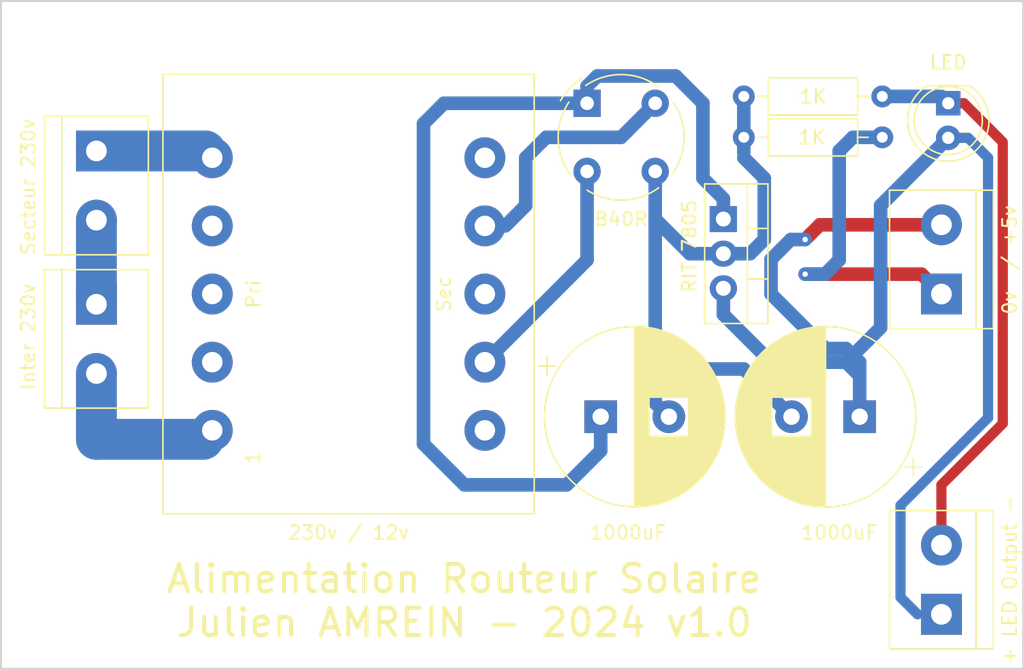
<source format=kicad_pcb>
(kicad_pcb (version 20171130) (host pcbnew 5.0.2+dfsg1-1+deb10u1)

  (general
    (thickness 1.6)
    (drawings 5)
    (tracks 91)
    (zones 0)
    (modules 15)
    (nets 1)
  )

  (page A4)
  (layers
    (0 F.Cu signal)
    (31 B.Cu signal)
    (32 B.Adhes user)
    (33 F.Adhes user)
    (34 B.Paste user)
    (35 F.Paste user)
    (36 B.SilkS user)
    (37 F.SilkS user)
    (38 B.Mask user)
    (39 F.Mask user)
    (40 Dwgs.User user)
    (41 Cmts.User user)
    (42 Eco1.User user)
    (43 Eco2.User user)
    (44 Edge.Cuts user)
    (45 Margin user)
    (46 B.CrtYd user)
    (47 F.CrtYd user)
    (48 B.Fab user hide)
    (49 F.Fab user hide)
  )

  (setup
    (last_trace_width 0.25)
    (trace_clearance 0.2)
    (zone_clearance 0.508)
    (zone_45_only no)
    (trace_min 0.2)
    (segment_width 0.2)
    (edge_width 0.15)
    (via_size 0.8)
    (via_drill 0.4)
    (via_min_size 0.4)
    (via_min_drill 0.3)
    (uvia_size 0.3)
    (uvia_drill 0.1)
    (uvias_allowed no)
    (uvia_min_size 0.2)
    (uvia_min_drill 0.1)
    (pcb_text_width 0.3)
    (pcb_text_size 1.5 1.5)
    (mod_edge_width 0.15)
    (mod_text_size 1 1)
    (mod_text_width 0.15)
    (pad_size 1.524 1.524)
    (pad_drill 0.762)
    (pad_to_mask_clearance 0.051)
    (solder_mask_min_width 0.25)
    (aux_axis_origin 0 0)
    (visible_elements FFFFFF7F)
    (pcbplotparams
      (layerselection 0x010f0_ffffffff)
      (usegerberextensions true)
      (usegerberattributes false)
      (usegerberadvancedattributes false)
      (creategerberjobfile false)
      (excludeedgelayer true)
      (linewidth 0.150000)
      (plotframeref false)
      (viasonmask false)
      (mode 1)
      (useauxorigin false)
      (hpglpennumber 1)
      (hpglpenspeed 20)
      (hpglpendiameter 15.000000)
      (psnegative false)
      (psa4output false)
      (plotreference true)
      (plotvalue true)
      (plotinvisibletext false)
      (padsonsilk false)
      (subtractmaskfromsilk false)
      (outputformat 1)
      (mirror false)
      (drillshape 0)
      (scaleselection 1)
      (outputdirectory "Gerber/"))
  )

  (net 0 "")

  (net_class Default "Ceci est la Netclass par défaut."
    (clearance 0.2)
    (trace_width 0.25)
    (via_dia 0.8)
    (via_drill 0.4)
    (uvia_dia 0.3)
    (uvia_drill 0.1)
  )

  (module TerminalBlock:TerminalBlock_bornier-2_P5.08mm (layer F.Cu) (tedit 6551FF06) (tstamp 655E95FC)
    (at 177.5 121 90)
    (descr "simple 2-pin terminal block, pitch 5.08mm, revamped version of bornier2")
    (tags "terminal block bornier2")
    (fp_text reference "+ LED Output -" (at 2.5 5 90) (layer F.SilkS)
      (effects (font (size 1 1) (thickness 0.15)))
    )
    (fp_text value TerminalBlock_bornier-2_P5.08mm (at 2.54 5.08 90) (layer F.Fab)
      (effects (font (size 1 1) (thickness 0.15)))
    )
    (fp_line (start 7.79 4) (end -2.71 4) (layer F.CrtYd) (width 0.05))
    (fp_line (start 7.79 4) (end 7.79 -4) (layer F.CrtYd) (width 0.05))
    (fp_line (start -2.71 -4) (end -2.71 4) (layer F.CrtYd) (width 0.05))
    (fp_line (start -2.71 -4) (end 7.79 -4) (layer F.CrtYd) (width 0.05))
    (fp_line (start -2.54 3.81) (end 7.62 3.81) (layer F.SilkS) (width 0.12))
    (fp_line (start -2.54 -3.81) (end -2.54 3.81) (layer F.SilkS) (width 0.12))
    (fp_line (start 7.62 -3.81) (end -2.54 -3.81) (layer F.SilkS) (width 0.12))
    (fp_line (start 7.62 3.81) (end 7.62 -3.81) (layer F.SilkS) (width 0.12))
    (fp_line (start 7.62 2.54) (end -2.54 2.54) (layer F.SilkS) (width 0.12))
    (fp_line (start 7.54 -3.75) (end -2.46 -3.75) (layer F.Fab) (width 0.1))
    (fp_line (start 7.54 3.75) (end 7.54 -3.75) (layer F.Fab) (width 0.1))
    (fp_line (start -2.46 3.75) (end 7.54 3.75) (layer F.Fab) (width 0.1))
    (fp_line (start -2.46 -3.75) (end -2.46 3.75) (layer F.Fab) (width 0.1))
    (fp_line (start -2.41 2.55) (end 7.49 2.55) (layer F.Fab) (width 0.1))
    (fp_text user %R (at 2.54 0 90) (layer F.Fab)
      (effects (font (size 1 1) (thickness 0.15)))
    )
    (pad 2 thru_hole circle (at 5.08 0 90) (size 3 3) (drill 1.52) (layers *.Cu *.Mask))
    (pad 1 thru_hole rect (at 0 0 90) (size 3 3) (drill 1.52) (layers *.Cu *.Mask))
    (model ${KISYS3DMOD}/TerminalBlock.3dshapes/TerminalBlock_bornier-2_P5.08mm.wrl
      (offset (xyz 2.539999961853027 0 0))
      (scale (xyz 1 1 1))
      (rotate (xyz 0 0 0))
    )
  )

  (module TerminalBlock:TerminalBlock_bornier-2_P5.08mm (layer F.Cu) (tedit 6551F37A) (tstamp 655E8B7F)
    (at 115.5 98.25 270)
    (descr "simple 2-pin terminal block, pitch 5.08mm, revamped version of bornier2")
    (tags "terminal block bornier2")
    (fp_text reference "Inter 230v " (at 2 5 270) (layer F.SilkS)
      (effects (font (size 1 1) (thickness 0.15)))
    )
    (fp_text value TerminalBlock_bornier-2_P5.08mm (at 2.54 5.08 270) (layer F.Fab)
      (effects (font (size 1 1) (thickness 0.15)))
    )
    (fp_line (start 7.79 4) (end -2.71 4) (layer F.CrtYd) (width 0.05))
    (fp_line (start 7.79 4) (end 7.79 -4) (layer F.CrtYd) (width 0.05))
    (fp_line (start -2.71 -4) (end -2.71 4) (layer F.CrtYd) (width 0.05))
    (fp_line (start -2.71 -4) (end 7.79 -4) (layer F.CrtYd) (width 0.05))
    (fp_line (start -2.54 3.81) (end 7.62 3.81) (layer F.SilkS) (width 0.12))
    (fp_line (start -2.54 -3.81) (end -2.54 3.81) (layer F.SilkS) (width 0.12))
    (fp_line (start 7.62 -3.81) (end -2.54 -3.81) (layer F.SilkS) (width 0.12))
    (fp_line (start 7.62 3.81) (end 7.62 -3.81) (layer F.SilkS) (width 0.12))
    (fp_line (start 7.62 2.54) (end -2.54 2.54) (layer F.SilkS) (width 0.12))
    (fp_line (start 7.54 -3.75) (end -2.46 -3.75) (layer F.Fab) (width 0.1))
    (fp_line (start 7.54 3.75) (end 7.54 -3.75) (layer F.Fab) (width 0.1))
    (fp_line (start -2.46 3.75) (end 7.54 3.75) (layer F.Fab) (width 0.1))
    (fp_line (start -2.46 -3.75) (end -2.46 3.75) (layer F.Fab) (width 0.1))
    (fp_line (start -2.41 2.55) (end 7.49 2.55) (layer F.Fab) (width 0.1))
    (fp_text user %R (at 2.54 0 270) (layer F.Fab)
      (effects (font (size 1 1) (thickness 0.15)))
    )
    (pad 2 thru_hole circle (at 5.08 0 270) (size 3 3) (drill 1.52) (layers *.Cu *.Mask))
    (pad 1 thru_hole rect (at 0 0 270) (size 3 3) (drill 1.52) (layers *.Cu *.Mask))
    (model ${KISYS3DMOD}/TerminalBlock.3dshapes/TerminalBlock_bornier-2_P5.08mm.wrl
      (offset (xyz 2.539999961853027 0 0))
      (scale (xyz 1 1 1))
      (rotate (xyz 0 0 0))
    )
  )

  (module Transformer_THT:Transformer_CHK_EI30-2VA_1xSec (layer F.Cu) (tedit 5F0F11C4) (tstamp 6551EF12)
    (at 124 107.5)
    (descr "Trafo, Printtrafo, CHK, EI30, 2VA, 1x Sec,http://www.eratransformers.com/downloads/030-7585.0.pdf")
    (tags "Trafo Printtrafo CHK EI30 2VA 1x Sec ")
    (fp_text reference "230v / 12v" (at 10 7.5) (layer F.SilkS)
      (effects (font (size 1 1) (thickness 0.15)))
    )
    (fp_text value "230v - 5v AC" (at 10 -10 90) (layer F.Fab)
      (effects (font (size 1 1) (thickness 0.15)))
    )
    (fp_text user Sec (at 17 -10 90) (layer F.SilkS)
      (effects (font (size 1 1) (thickness 0.15)))
    )
    (fp_text user Pri (at 3 -10 90) (layer F.SilkS)
      (effects (font (size 1 1) (thickness 0.15)))
    )
    (fp_text user 9 (at 16 -4 90) (layer F.Fab)
      (effects (font (size 1 1) (thickness 0.15)))
    )
    (fp_text user 7 (at 16 -16 90) (layer F.Fab)
      (effects (font (size 1 1) (thickness 0.15)))
    )
    (fp_text user 5 (at 3 -22 90) (layer F.Fab)
      (effects (font (size 1 1) (thickness 0.15)))
    )
    (fp_text user 1 (at 3 2 90) (layer F.SilkS)
      (effects (font (size 1 1) (thickness 0.15)))
    )
    (fp_text user %R (at 10 -24.5) (layer F.Fab)
      (effects (font (size 1 1) (thickness 0.15)))
    )
    (fp_line (start 12 -6) (end 15 -6) (layer F.Fab) (width 0.1))
    (fp_line (start 15 -7) (end 12 -7) (layer F.Fab) (width 0.1))
    (fp_line (start 12 -8) (end 15 -8) (layer F.Fab) (width 0.1))
    (fp_line (start 15 -9) (end 12 -9) (layer F.Fab) (width 0.1))
    (fp_line (start 12 -10) (end 15 -10) (layer F.Fab) (width 0.1))
    (fp_line (start 15 -11) (end 12 -11) (layer F.Fab) (width 0.1))
    (fp_line (start 12 -12) (end 15 -12) (layer F.Fab) (width 0.1))
    (fp_line (start 15 -13) (end 12 -13) (layer F.Fab) (width 0.1))
    (fp_line (start 12 -14) (end 15 -14) (layer F.Fab) (width 0.1))
    (fp_line (start 13 -15) (end 12 -15) (layer F.Fab) (width 0.1))
    (fp_line (start 12 -15) (end 12 -5) (layer F.Fab) (width 0.1))
    (fp_line (start 12 -5) (end 13 -5) (layer F.Fab) (width 0.1))
    (fp_line (start 14 -15) (end 13 -15) (layer F.Fab) (width 0.1))
    (fp_line (start 13 -15) (end 13 -5) (layer F.Fab) (width 0.1))
    (fp_line (start 13 -5) (end 14 -5) (layer F.Fab) (width 0.1))
    (fp_line (start 15 -15) (end 14 -15) (layer F.Fab) (width 0.1))
    (fp_line (start 14 -15) (end 14 -5) (layer F.Fab) (width 0.1))
    (fp_line (start 14 -5) (end 15 -5) (layer F.Fab) (width 0.1))
    (fp_line (start 17 -15) (end 15 -15) (layer F.Fab) (width 0.1))
    (fp_line (start 15 -15) (end 15 -5) (layer F.Fab) (width 0.1))
    (fp_line (start 15 -5) (end 17 -5) (layer F.Fab) (width 0.1))
    (fp_line (start 5 -1) (end 8 -1) (layer F.Fab) (width 0.1))
    (fp_line (start 8 -2) (end 5 -2) (layer F.Fab) (width 0.1))
    (fp_line (start 5 -3) (end 8 -3) (layer F.Fab) (width 0.1))
    (fp_line (start 8 -4) (end 5 -4) (layer F.Fab) (width 0.1))
    (fp_line (start 5 -5) (end 8 -5) (layer F.Fab) (width 0.1))
    (fp_line (start 8 -6) (end 5 -6) (layer F.Fab) (width 0.1))
    (fp_line (start 5 -7) (end 8 -7) (layer F.Fab) (width 0.1))
    (fp_line (start 8 -8) (end 5 -8) (layer F.Fab) (width 0.1))
    (fp_line (start 5 -9) (end 8 -9) (layer F.Fab) (width 0.1))
    (fp_line (start 8 -10) (end 5 -10) (layer F.Fab) (width 0.1))
    (fp_line (start 5 -11) (end 8 -11) (layer F.Fab) (width 0.1))
    (fp_line (start 8 -12) (end 5 -12) (layer F.Fab) (width 0.1))
    (fp_line (start 5 -13) (end 8 -13) (layer F.Fab) (width 0.1))
    (fp_line (start 8 -14) (end 5 -14) (layer F.Fab) (width 0.1))
    (fp_line (start 5 -15) (end 8 -15) (layer F.Fab) (width 0.1))
    (fp_line (start 8 -16) (end 5 -16) (layer F.Fab) (width 0.1))
    (fp_line (start 5 -17) (end 8 -17) (layer F.Fab) (width 0.1))
    (fp_line (start 8 -18) (end 5 -18) (layer F.Fab) (width 0.1))
    (fp_line (start 5 -19) (end 8 -19) (layer F.Fab) (width 0.1))
    (fp_line (start 7 -20) (end 8 -20) (layer F.Fab) (width 0.1))
    (fp_line (start 8 -20) (end 8 0) (layer F.Fab) (width 0.1))
    (fp_line (start 8 0) (end 7 0) (layer F.Fab) (width 0.1))
    (fp_line (start 6 -20) (end 7 -20) (layer F.Fab) (width 0.1))
    (fp_line (start 7 -20) (end 7 0) (layer F.Fab) (width 0.1))
    (fp_line (start 7 0) (end 6 0) (layer F.Fab) (width 0.1))
    (fp_line (start 5 -20) (end 6 -20) (layer F.Fab) (width 0.1))
    (fp_line (start 6 -20) (end 6 0) (layer F.Fab) (width 0.1))
    (fp_line (start 6 0) (end 5 0) (layer F.Fab) (width 0.1))
    (fp_line (start 3 -20) (end 5 -20) (layer F.Fab) (width 0.1))
    (fp_line (start 5 -20) (end 5 0) (layer F.Fab) (width 0.1))
    (fp_line (start 5 0) (end 3 0) (layer F.Fab) (width 0.1))
    (fp_line (start -3.5 6) (end 23.5 6) (layer F.Fab) (width 0.1))
    (fp_line (start 23.5 6) (end 23.5 -26) (layer F.Fab) (width 0.1))
    (fp_line (start 23.5 -26) (end -3.5 -26) (layer F.Fab) (width 0.1))
    (fp_line (start -3.5 -26) (end -3.5 6) (layer F.Fab) (width 0.1))
    (fp_line (start -3.75 -26.25) (end 23.75 -26.25) (layer F.CrtYd) (width 0.05))
    (fp_line (start -3.75 -26.25) (end -3.75 6.25) (layer F.CrtYd) (width 0.05))
    (fp_line (start 23.75 6.25) (end 23.75 -26.25) (layer F.CrtYd) (width 0.05))
    (fp_line (start 23.75 6.25) (end -3.75 6.25) (layer F.CrtYd) (width 0.05))
    (fp_line (start -3.62 -26.12) (end 23.62 -26.12) (layer F.SilkS) (width 0.12))
    (fp_line (start -3.62 -26.12) (end -3.62 6.12) (layer F.SilkS) (width 0.12))
    (fp_line (start 23.62 6.12) (end 23.62 -26.12) (layer F.SilkS) (width 0.12))
    (fp_line (start 23.62 6.12) (end -3.62 6.12) (layer F.SilkS) (width 0.12))
    (pad 1 thru_hole circle (at 0 0) (size 3 3) (drill 1.5) (layers *.Cu *.Mask))
    (pad 2 thru_hole circle (at 0 -5) (size 3 3) (drill 1.5) (layers *.Cu *.Mask))
    (pad 3 thru_hole circle (at 0 -10) (size 3 3) (drill 1.5) (layers *.Cu *.Mask))
    (pad 4 thru_hole circle (at 0 -15) (size 3 3) (drill 1.5) (layers *.Cu *.Mask))
    (pad 5 thru_hole circle (at 0 -20) (size 3 3) (drill 1.5) (layers *.Cu *.Mask))
    (pad 6 thru_hole circle (at 20 -20) (size 3 3) (drill 1.5) (layers *.Cu *.Mask))
    (pad 7 thru_hole circle (at 20 -15) (size 3 3) (drill 1.5) (layers *.Cu *.Mask))
    (pad 8 thru_hole circle (at 20 -10) (size 3 3) (drill 1.5) (layers *.Cu *.Mask))
    (pad 9 thru_hole circle (at 20 -5) (size 3 3) (drill 1.5) (layers *.Cu *.Mask))
    (pad 10 thru_hole circle (at 20 0) (size 3 3) (drill 1.5) (layers *.Cu *.Mask))
    (model ${KISYS3DMOD}/Transformer_THT.3dshapes/Transformer_CHK_EI30-2VA_1xSec.wrl
      (at (xyz 0 0 0))
      (scale (xyz 1 1 1))
      (rotate (xyz 0 0 0))
    )
  )

  (module Capacitor_THT:CP_Radial_D13.0mm_P5.00mm (layer F.Cu) (tedit 5F0F11E2) (tstamp 6551EE17)
    (at 152.5 106.5)
    (descr "CP, Radial series, Radial, pin pitch=5.00mm, , diameter=13mm, Electrolytic Capacitor")
    (tags "CP Radial series Radial pin pitch 5.00mm  diameter 13mm Electrolytic Capacitor")
    (fp_text reference 1000uF (at 2 8.5) (layer F.SilkS)
      (effects (font (size 1 1) (thickness 0.15)))
    )
    (fp_text value CP_Radial_D13.0mm_P5.00mm (at 2.5 7.75) (layer F.Fab)
      (effects (font (size 1 1) (thickness 0.15)))
    )
    (fp_circle (center 2.5 0) (end 9 0) (layer F.Fab) (width 0.1))
    (fp_circle (center 2.5 0) (end 9.12 0) (layer F.SilkS) (width 0.12))
    (fp_circle (center 2.5 0) (end 9.25 0) (layer F.CrtYd) (width 0.05))
    (fp_line (start -3.082015 -2.8475) (end -1.782015 -2.8475) (layer F.Fab) (width 0.1))
    (fp_line (start -2.432015 -3.4975) (end -2.432015 -2.1975) (layer F.Fab) (width 0.1))
    (fp_line (start 2.5 -6.58) (end 2.5 6.58) (layer F.SilkS) (width 0.12))
    (fp_line (start 2.54 -6.58) (end 2.54 6.58) (layer F.SilkS) (width 0.12))
    (fp_line (start 2.58 -6.58) (end 2.58 6.58) (layer F.SilkS) (width 0.12))
    (fp_line (start 2.62 -6.579) (end 2.62 6.579) (layer F.SilkS) (width 0.12))
    (fp_line (start 2.66 -6.579) (end 2.66 6.579) (layer F.SilkS) (width 0.12))
    (fp_line (start 2.7 -6.577) (end 2.7 6.577) (layer F.SilkS) (width 0.12))
    (fp_line (start 2.74 -6.576) (end 2.74 6.576) (layer F.SilkS) (width 0.12))
    (fp_line (start 2.78 -6.575) (end 2.78 6.575) (layer F.SilkS) (width 0.12))
    (fp_line (start 2.82 -6.573) (end 2.82 6.573) (layer F.SilkS) (width 0.12))
    (fp_line (start 2.86 -6.571) (end 2.86 6.571) (layer F.SilkS) (width 0.12))
    (fp_line (start 2.9 -6.568) (end 2.9 6.568) (layer F.SilkS) (width 0.12))
    (fp_line (start 2.94 -6.566) (end 2.94 6.566) (layer F.SilkS) (width 0.12))
    (fp_line (start 2.98 -6.563) (end 2.98 6.563) (layer F.SilkS) (width 0.12))
    (fp_line (start 3.02 -6.56) (end 3.02 6.56) (layer F.SilkS) (width 0.12))
    (fp_line (start 3.06 -6.557) (end 3.06 6.557) (layer F.SilkS) (width 0.12))
    (fp_line (start 3.1 -6.553) (end 3.1 6.553) (layer F.SilkS) (width 0.12))
    (fp_line (start 3.14 -6.549) (end 3.14 6.549) (layer F.SilkS) (width 0.12))
    (fp_line (start 3.18 -6.545) (end 3.18 6.545) (layer F.SilkS) (width 0.12))
    (fp_line (start 3.221 -6.541) (end 3.221 6.541) (layer F.SilkS) (width 0.12))
    (fp_line (start 3.261 -6.537) (end 3.261 6.537) (layer F.SilkS) (width 0.12))
    (fp_line (start 3.301 -6.532) (end 3.301 6.532) (layer F.SilkS) (width 0.12))
    (fp_line (start 3.341 -6.527) (end 3.341 6.527) (layer F.SilkS) (width 0.12))
    (fp_line (start 3.381 -6.522) (end 3.381 6.522) (layer F.SilkS) (width 0.12))
    (fp_line (start 3.421 -6.516) (end 3.421 6.516) (layer F.SilkS) (width 0.12))
    (fp_line (start 3.461 -6.511) (end 3.461 6.511) (layer F.SilkS) (width 0.12))
    (fp_line (start 3.501 -6.505) (end 3.501 6.505) (layer F.SilkS) (width 0.12))
    (fp_line (start 3.541 -6.498) (end 3.541 6.498) (layer F.SilkS) (width 0.12))
    (fp_line (start 3.581 -6.492) (end 3.581 -1.44) (layer F.SilkS) (width 0.12))
    (fp_line (start 3.581 1.44) (end 3.581 6.492) (layer F.SilkS) (width 0.12))
    (fp_line (start 3.621 -6.485) (end 3.621 -1.44) (layer F.SilkS) (width 0.12))
    (fp_line (start 3.621 1.44) (end 3.621 6.485) (layer F.SilkS) (width 0.12))
    (fp_line (start 3.661 -6.478) (end 3.661 -1.44) (layer F.SilkS) (width 0.12))
    (fp_line (start 3.661 1.44) (end 3.661 6.478) (layer F.SilkS) (width 0.12))
    (fp_line (start 3.701 -6.471) (end 3.701 -1.44) (layer F.SilkS) (width 0.12))
    (fp_line (start 3.701 1.44) (end 3.701 6.471) (layer F.SilkS) (width 0.12))
    (fp_line (start 3.741 -6.463) (end 3.741 -1.44) (layer F.SilkS) (width 0.12))
    (fp_line (start 3.741 1.44) (end 3.741 6.463) (layer F.SilkS) (width 0.12))
    (fp_line (start 3.781 -6.456) (end 3.781 -1.44) (layer F.SilkS) (width 0.12))
    (fp_line (start 3.781 1.44) (end 3.781 6.456) (layer F.SilkS) (width 0.12))
    (fp_line (start 3.821 -6.448) (end 3.821 -1.44) (layer F.SilkS) (width 0.12))
    (fp_line (start 3.821 1.44) (end 3.821 6.448) (layer F.SilkS) (width 0.12))
    (fp_line (start 3.861 -6.439) (end 3.861 -1.44) (layer F.SilkS) (width 0.12))
    (fp_line (start 3.861 1.44) (end 3.861 6.439) (layer F.SilkS) (width 0.12))
    (fp_line (start 3.901 -6.431) (end 3.901 -1.44) (layer F.SilkS) (width 0.12))
    (fp_line (start 3.901 1.44) (end 3.901 6.431) (layer F.SilkS) (width 0.12))
    (fp_line (start 3.941 -6.422) (end 3.941 -1.44) (layer F.SilkS) (width 0.12))
    (fp_line (start 3.941 1.44) (end 3.941 6.422) (layer F.SilkS) (width 0.12))
    (fp_line (start 3.981 -6.413) (end 3.981 -1.44) (layer F.SilkS) (width 0.12))
    (fp_line (start 3.981 1.44) (end 3.981 6.413) (layer F.SilkS) (width 0.12))
    (fp_line (start 4.021 -6.404) (end 4.021 -1.44) (layer F.SilkS) (width 0.12))
    (fp_line (start 4.021 1.44) (end 4.021 6.404) (layer F.SilkS) (width 0.12))
    (fp_line (start 4.061 -6.394) (end 4.061 -1.44) (layer F.SilkS) (width 0.12))
    (fp_line (start 4.061 1.44) (end 4.061 6.394) (layer F.SilkS) (width 0.12))
    (fp_line (start 4.101 -6.384) (end 4.101 -1.44) (layer F.SilkS) (width 0.12))
    (fp_line (start 4.101 1.44) (end 4.101 6.384) (layer F.SilkS) (width 0.12))
    (fp_line (start 4.141 -6.374) (end 4.141 -1.44) (layer F.SilkS) (width 0.12))
    (fp_line (start 4.141 1.44) (end 4.141 6.374) (layer F.SilkS) (width 0.12))
    (fp_line (start 4.181 -6.364) (end 4.181 -1.44) (layer F.SilkS) (width 0.12))
    (fp_line (start 4.181 1.44) (end 4.181 6.364) (layer F.SilkS) (width 0.12))
    (fp_line (start 4.221 -6.353) (end 4.221 -1.44) (layer F.SilkS) (width 0.12))
    (fp_line (start 4.221 1.44) (end 4.221 6.353) (layer F.SilkS) (width 0.12))
    (fp_line (start 4.261 -6.342) (end 4.261 -1.44) (layer F.SilkS) (width 0.12))
    (fp_line (start 4.261 1.44) (end 4.261 6.342) (layer F.SilkS) (width 0.12))
    (fp_line (start 4.301 -6.331) (end 4.301 -1.44) (layer F.SilkS) (width 0.12))
    (fp_line (start 4.301 1.44) (end 4.301 6.331) (layer F.SilkS) (width 0.12))
    (fp_line (start 4.341 -6.32) (end 4.341 -1.44) (layer F.SilkS) (width 0.12))
    (fp_line (start 4.341 1.44) (end 4.341 6.32) (layer F.SilkS) (width 0.12))
    (fp_line (start 4.381 -6.308) (end 4.381 -1.44) (layer F.SilkS) (width 0.12))
    (fp_line (start 4.381 1.44) (end 4.381 6.308) (layer F.SilkS) (width 0.12))
    (fp_line (start 4.421 -6.296) (end 4.421 -1.44) (layer F.SilkS) (width 0.12))
    (fp_line (start 4.421 1.44) (end 4.421 6.296) (layer F.SilkS) (width 0.12))
    (fp_line (start 4.461 -6.284) (end 4.461 -1.44) (layer F.SilkS) (width 0.12))
    (fp_line (start 4.461 1.44) (end 4.461 6.284) (layer F.SilkS) (width 0.12))
    (fp_line (start 4.501 -6.271) (end 4.501 -1.44) (layer F.SilkS) (width 0.12))
    (fp_line (start 4.501 1.44) (end 4.501 6.271) (layer F.SilkS) (width 0.12))
    (fp_line (start 4.541 -6.258) (end 4.541 -1.44) (layer F.SilkS) (width 0.12))
    (fp_line (start 4.541 1.44) (end 4.541 6.258) (layer F.SilkS) (width 0.12))
    (fp_line (start 4.581 -6.245) (end 4.581 -1.44) (layer F.SilkS) (width 0.12))
    (fp_line (start 4.581 1.44) (end 4.581 6.245) (layer F.SilkS) (width 0.12))
    (fp_line (start 4.621 -6.232) (end 4.621 -1.44) (layer F.SilkS) (width 0.12))
    (fp_line (start 4.621 1.44) (end 4.621 6.232) (layer F.SilkS) (width 0.12))
    (fp_line (start 4.661 -6.218) (end 4.661 -1.44) (layer F.SilkS) (width 0.12))
    (fp_line (start 4.661 1.44) (end 4.661 6.218) (layer F.SilkS) (width 0.12))
    (fp_line (start 4.701 -6.204) (end 4.701 -1.44) (layer F.SilkS) (width 0.12))
    (fp_line (start 4.701 1.44) (end 4.701 6.204) (layer F.SilkS) (width 0.12))
    (fp_line (start 4.741 -6.19) (end 4.741 -1.44) (layer F.SilkS) (width 0.12))
    (fp_line (start 4.741 1.44) (end 4.741 6.19) (layer F.SilkS) (width 0.12))
    (fp_line (start 4.781 -6.175) (end 4.781 -1.44) (layer F.SilkS) (width 0.12))
    (fp_line (start 4.781 1.44) (end 4.781 6.175) (layer F.SilkS) (width 0.12))
    (fp_line (start 4.821 -6.161) (end 4.821 -1.44) (layer F.SilkS) (width 0.12))
    (fp_line (start 4.821 1.44) (end 4.821 6.161) (layer F.SilkS) (width 0.12))
    (fp_line (start 4.861 -6.146) (end 4.861 -1.44) (layer F.SilkS) (width 0.12))
    (fp_line (start 4.861 1.44) (end 4.861 6.146) (layer F.SilkS) (width 0.12))
    (fp_line (start 4.901 -6.13) (end 4.901 -1.44) (layer F.SilkS) (width 0.12))
    (fp_line (start 4.901 1.44) (end 4.901 6.13) (layer F.SilkS) (width 0.12))
    (fp_line (start 4.941 -6.114) (end 4.941 -1.44) (layer F.SilkS) (width 0.12))
    (fp_line (start 4.941 1.44) (end 4.941 6.114) (layer F.SilkS) (width 0.12))
    (fp_line (start 4.981 -6.098) (end 4.981 -1.44) (layer F.SilkS) (width 0.12))
    (fp_line (start 4.981 1.44) (end 4.981 6.098) (layer F.SilkS) (width 0.12))
    (fp_line (start 5.021 -6.082) (end 5.021 -1.44) (layer F.SilkS) (width 0.12))
    (fp_line (start 5.021 1.44) (end 5.021 6.082) (layer F.SilkS) (width 0.12))
    (fp_line (start 5.061 -6.065) (end 5.061 -1.44) (layer F.SilkS) (width 0.12))
    (fp_line (start 5.061 1.44) (end 5.061 6.065) (layer F.SilkS) (width 0.12))
    (fp_line (start 5.101 -6.049) (end 5.101 -1.44) (layer F.SilkS) (width 0.12))
    (fp_line (start 5.101 1.44) (end 5.101 6.049) (layer F.SilkS) (width 0.12))
    (fp_line (start 5.141 -6.031) (end 5.141 -1.44) (layer F.SilkS) (width 0.12))
    (fp_line (start 5.141 1.44) (end 5.141 6.031) (layer F.SilkS) (width 0.12))
    (fp_line (start 5.181 -6.014) (end 5.181 -1.44) (layer F.SilkS) (width 0.12))
    (fp_line (start 5.181 1.44) (end 5.181 6.014) (layer F.SilkS) (width 0.12))
    (fp_line (start 5.221 -5.996) (end 5.221 -1.44) (layer F.SilkS) (width 0.12))
    (fp_line (start 5.221 1.44) (end 5.221 5.996) (layer F.SilkS) (width 0.12))
    (fp_line (start 5.261 -5.978) (end 5.261 -1.44) (layer F.SilkS) (width 0.12))
    (fp_line (start 5.261 1.44) (end 5.261 5.978) (layer F.SilkS) (width 0.12))
    (fp_line (start 5.301 -5.959) (end 5.301 -1.44) (layer F.SilkS) (width 0.12))
    (fp_line (start 5.301 1.44) (end 5.301 5.959) (layer F.SilkS) (width 0.12))
    (fp_line (start 5.341 -5.94) (end 5.341 -1.44) (layer F.SilkS) (width 0.12))
    (fp_line (start 5.341 1.44) (end 5.341 5.94) (layer F.SilkS) (width 0.12))
    (fp_line (start 5.381 -5.921) (end 5.381 -1.44) (layer F.SilkS) (width 0.12))
    (fp_line (start 5.381 1.44) (end 5.381 5.921) (layer F.SilkS) (width 0.12))
    (fp_line (start 5.421 -5.902) (end 5.421 -1.44) (layer F.SilkS) (width 0.12))
    (fp_line (start 5.421 1.44) (end 5.421 5.902) (layer F.SilkS) (width 0.12))
    (fp_line (start 5.461 -5.882) (end 5.461 -1.44) (layer F.SilkS) (width 0.12))
    (fp_line (start 5.461 1.44) (end 5.461 5.882) (layer F.SilkS) (width 0.12))
    (fp_line (start 5.501 -5.862) (end 5.501 -1.44) (layer F.SilkS) (width 0.12))
    (fp_line (start 5.501 1.44) (end 5.501 5.862) (layer F.SilkS) (width 0.12))
    (fp_line (start 5.541 -5.841) (end 5.541 -1.44) (layer F.SilkS) (width 0.12))
    (fp_line (start 5.541 1.44) (end 5.541 5.841) (layer F.SilkS) (width 0.12))
    (fp_line (start 5.581 -5.82) (end 5.581 -1.44) (layer F.SilkS) (width 0.12))
    (fp_line (start 5.581 1.44) (end 5.581 5.82) (layer F.SilkS) (width 0.12))
    (fp_line (start 5.621 -5.799) (end 5.621 -1.44) (layer F.SilkS) (width 0.12))
    (fp_line (start 5.621 1.44) (end 5.621 5.799) (layer F.SilkS) (width 0.12))
    (fp_line (start 5.661 -5.778) (end 5.661 -1.44) (layer F.SilkS) (width 0.12))
    (fp_line (start 5.661 1.44) (end 5.661 5.778) (layer F.SilkS) (width 0.12))
    (fp_line (start 5.701 -5.756) (end 5.701 -1.44) (layer F.SilkS) (width 0.12))
    (fp_line (start 5.701 1.44) (end 5.701 5.756) (layer F.SilkS) (width 0.12))
    (fp_line (start 5.741 -5.733) (end 5.741 -1.44) (layer F.SilkS) (width 0.12))
    (fp_line (start 5.741 1.44) (end 5.741 5.733) (layer F.SilkS) (width 0.12))
    (fp_line (start 5.781 -5.711) (end 5.781 -1.44) (layer F.SilkS) (width 0.12))
    (fp_line (start 5.781 1.44) (end 5.781 5.711) (layer F.SilkS) (width 0.12))
    (fp_line (start 5.821 -5.688) (end 5.821 -1.44) (layer F.SilkS) (width 0.12))
    (fp_line (start 5.821 1.44) (end 5.821 5.688) (layer F.SilkS) (width 0.12))
    (fp_line (start 5.861 -5.664) (end 5.861 -1.44) (layer F.SilkS) (width 0.12))
    (fp_line (start 5.861 1.44) (end 5.861 5.664) (layer F.SilkS) (width 0.12))
    (fp_line (start 5.901 -5.641) (end 5.901 -1.44) (layer F.SilkS) (width 0.12))
    (fp_line (start 5.901 1.44) (end 5.901 5.641) (layer F.SilkS) (width 0.12))
    (fp_line (start 5.941 -5.617) (end 5.941 -1.44) (layer F.SilkS) (width 0.12))
    (fp_line (start 5.941 1.44) (end 5.941 5.617) (layer F.SilkS) (width 0.12))
    (fp_line (start 5.981 -5.592) (end 5.981 -1.44) (layer F.SilkS) (width 0.12))
    (fp_line (start 5.981 1.44) (end 5.981 5.592) (layer F.SilkS) (width 0.12))
    (fp_line (start 6.021 -5.567) (end 6.021 -1.44) (layer F.SilkS) (width 0.12))
    (fp_line (start 6.021 1.44) (end 6.021 5.567) (layer F.SilkS) (width 0.12))
    (fp_line (start 6.061 -5.542) (end 6.061 -1.44) (layer F.SilkS) (width 0.12))
    (fp_line (start 6.061 1.44) (end 6.061 5.542) (layer F.SilkS) (width 0.12))
    (fp_line (start 6.101 -5.516) (end 6.101 -1.44) (layer F.SilkS) (width 0.12))
    (fp_line (start 6.101 1.44) (end 6.101 5.516) (layer F.SilkS) (width 0.12))
    (fp_line (start 6.141 -5.49) (end 6.141 -1.44) (layer F.SilkS) (width 0.12))
    (fp_line (start 6.141 1.44) (end 6.141 5.49) (layer F.SilkS) (width 0.12))
    (fp_line (start 6.181 -5.463) (end 6.181 -1.44) (layer F.SilkS) (width 0.12))
    (fp_line (start 6.181 1.44) (end 6.181 5.463) (layer F.SilkS) (width 0.12))
    (fp_line (start 6.221 -5.436) (end 6.221 -1.44) (layer F.SilkS) (width 0.12))
    (fp_line (start 6.221 1.44) (end 6.221 5.436) (layer F.SilkS) (width 0.12))
    (fp_line (start 6.261 -5.409) (end 6.261 -1.44) (layer F.SilkS) (width 0.12))
    (fp_line (start 6.261 1.44) (end 6.261 5.409) (layer F.SilkS) (width 0.12))
    (fp_line (start 6.301 -5.381) (end 6.301 -1.44) (layer F.SilkS) (width 0.12))
    (fp_line (start 6.301 1.44) (end 6.301 5.381) (layer F.SilkS) (width 0.12))
    (fp_line (start 6.341 -5.353) (end 6.341 -1.44) (layer F.SilkS) (width 0.12))
    (fp_line (start 6.341 1.44) (end 6.341 5.353) (layer F.SilkS) (width 0.12))
    (fp_line (start 6.381 -5.324) (end 6.381 -1.44) (layer F.SilkS) (width 0.12))
    (fp_line (start 6.381 1.44) (end 6.381 5.324) (layer F.SilkS) (width 0.12))
    (fp_line (start 6.421 -5.295) (end 6.421 -1.44) (layer F.SilkS) (width 0.12))
    (fp_line (start 6.421 1.44) (end 6.421 5.295) (layer F.SilkS) (width 0.12))
    (fp_line (start 6.461 -5.265) (end 6.461 5.265) (layer F.SilkS) (width 0.12))
    (fp_line (start 6.501 -5.235) (end 6.501 5.235) (layer F.SilkS) (width 0.12))
    (fp_line (start 6.541 -5.205) (end 6.541 5.205) (layer F.SilkS) (width 0.12))
    (fp_line (start 6.581 -5.174) (end 6.581 5.174) (layer F.SilkS) (width 0.12))
    (fp_line (start 6.621 -5.142) (end 6.621 5.142) (layer F.SilkS) (width 0.12))
    (fp_line (start 6.661 -5.11) (end 6.661 5.11) (layer F.SilkS) (width 0.12))
    (fp_line (start 6.701 -5.078) (end 6.701 5.078) (layer F.SilkS) (width 0.12))
    (fp_line (start 6.741 -5.044) (end 6.741 5.044) (layer F.SilkS) (width 0.12))
    (fp_line (start 6.781 -5.011) (end 6.781 5.011) (layer F.SilkS) (width 0.12))
    (fp_line (start 6.821 -4.977) (end 6.821 4.977) (layer F.SilkS) (width 0.12))
    (fp_line (start 6.861 -4.942) (end 6.861 4.942) (layer F.SilkS) (width 0.12))
    (fp_line (start 6.901 -4.907) (end 6.901 4.907) (layer F.SilkS) (width 0.12))
    (fp_line (start 6.941 -4.871) (end 6.941 4.871) (layer F.SilkS) (width 0.12))
    (fp_line (start 6.981 -4.834) (end 6.981 4.834) (layer F.SilkS) (width 0.12))
    (fp_line (start 7.021 -4.797) (end 7.021 4.797) (layer F.SilkS) (width 0.12))
    (fp_line (start 7.061 -4.76) (end 7.061 4.76) (layer F.SilkS) (width 0.12))
    (fp_line (start 7.101 -4.721) (end 7.101 4.721) (layer F.SilkS) (width 0.12))
    (fp_line (start 7.141 -4.682) (end 7.141 4.682) (layer F.SilkS) (width 0.12))
    (fp_line (start 7.181 -4.643) (end 7.181 4.643) (layer F.SilkS) (width 0.12))
    (fp_line (start 7.221 -4.602) (end 7.221 4.602) (layer F.SilkS) (width 0.12))
    (fp_line (start 7.261 -4.561) (end 7.261 4.561) (layer F.SilkS) (width 0.12))
    (fp_line (start 7.301 -4.519) (end 7.301 4.519) (layer F.SilkS) (width 0.12))
    (fp_line (start 7.341 -4.477) (end 7.341 4.477) (layer F.SilkS) (width 0.12))
    (fp_line (start 7.381 -4.434) (end 7.381 4.434) (layer F.SilkS) (width 0.12))
    (fp_line (start 7.421 -4.39) (end 7.421 4.39) (layer F.SilkS) (width 0.12))
    (fp_line (start 7.461 -4.345) (end 7.461 4.345) (layer F.SilkS) (width 0.12))
    (fp_line (start 7.501 -4.299) (end 7.501 4.299) (layer F.SilkS) (width 0.12))
    (fp_line (start 7.541 -4.253) (end 7.541 4.253) (layer F.SilkS) (width 0.12))
    (fp_line (start 7.581 -4.205) (end 7.581 4.205) (layer F.SilkS) (width 0.12))
    (fp_line (start 7.621 -4.157) (end 7.621 4.157) (layer F.SilkS) (width 0.12))
    (fp_line (start 7.661 -4.108) (end 7.661 4.108) (layer F.SilkS) (width 0.12))
    (fp_line (start 7.701 -4.057) (end 7.701 4.057) (layer F.SilkS) (width 0.12))
    (fp_line (start 7.741 -4.006) (end 7.741 4.006) (layer F.SilkS) (width 0.12))
    (fp_line (start 7.781 -3.954) (end 7.781 3.954) (layer F.SilkS) (width 0.12))
    (fp_line (start 7.821 -3.9) (end 7.821 3.9) (layer F.SilkS) (width 0.12))
    (fp_line (start 7.861 -3.846) (end 7.861 3.846) (layer F.SilkS) (width 0.12))
    (fp_line (start 7.901 -3.79) (end 7.901 3.79) (layer F.SilkS) (width 0.12))
    (fp_line (start 7.941 -3.733) (end 7.941 3.733) (layer F.SilkS) (width 0.12))
    (fp_line (start 7.981 -3.675) (end 7.981 3.675) (layer F.SilkS) (width 0.12))
    (fp_line (start 8.021 -3.615) (end 8.021 3.615) (layer F.SilkS) (width 0.12))
    (fp_line (start 8.061 -3.554) (end 8.061 3.554) (layer F.SilkS) (width 0.12))
    (fp_line (start 8.101 -3.491) (end 8.101 3.491) (layer F.SilkS) (width 0.12))
    (fp_line (start 8.141 -3.427) (end 8.141 3.427) (layer F.SilkS) (width 0.12))
    (fp_line (start 8.181 -3.361) (end 8.181 3.361) (layer F.SilkS) (width 0.12))
    (fp_line (start 8.221 -3.293) (end 8.221 3.293) (layer F.SilkS) (width 0.12))
    (fp_line (start 8.261 -3.223) (end 8.261 3.223) (layer F.SilkS) (width 0.12))
    (fp_line (start 8.301 -3.152) (end 8.301 3.152) (layer F.SilkS) (width 0.12))
    (fp_line (start 8.341 -3.078) (end 8.341 3.078) (layer F.SilkS) (width 0.12))
    (fp_line (start 8.381 -3.002) (end 8.381 3.002) (layer F.SilkS) (width 0.12))
    (fp_line (start 8.421 -2.923) (end 8.421 2.923) (layer F.SilkS) (width 0.12))
    (fp_line (start 8.461 -2.842) (end 8.461 2.842) (layer F.SilkS) (width 0.12))
    (fp_line (start 8.501 -2.758) (end 8.501 2.758) (layer F.SilkS) (width 0.12))
    (fp_line (start 8.541 -2.67) (end 8.541 2.67) (layer F.SilkS) (width 0.12))
    (fp_line (start 8.581 -2.579) (end 8.581 2.579) (layer F.SilkS) (width 0.12))
    (fp_line (start 8.621 -2.484) (end 8.621 2.484) (layer F.SilkS) (width 0.12))
    (fp_line (start 8.661 -2.385) (end 8.661 2.385) (layer F.SilkS) (width 0.12))
    (fp_line (start 8.701 -2.281) (end 8.701 2.281) (layer F.SilkS) (width 0.12))
    (fp_line (start 8.741 -2.171) (end 8.741 2.171) (layer F.SilkS) (width 0.12))
    (fp_line (start 8.781 -2.055) (end 8.781 2.055) (layer F.SilkS) (width 0.12))
    (fp_line (start 8.821 -1.931) (end 8.821 1.931) (layer F.SilkS) (width 0.12))
    (fp_line (start 8.861 -1.798) (end 8.861 1.798) (layer F.SilkS) (width 0.12))
    (fp_line (start 8.901 -1.653) (end 8.901 1.653) (layer F.SilkS) (width 0.12))
    (fp_line (start 8.941 -1.494) (end 8.941 1.494) (layer F.SilkS) (width 0.12))
    (fp_line (start 8.981 -1.315) (end 8.981 1.315) (layer F.SilkS) (width 0.12))
    (fp_line (start 9.021 -1.107) (end 9.021 1.107) (layer F.SilkS) (width 0.12))
    (fp_line (start 9.061 -0.85) (end 9.061 0.85) (layer F.SilkS) (width 0.12))
    (fp_line (start 9.101 -0.475) (end 9.101 0.475) (layer F.SilkS) (width 0.12))
    (fp_line (start -4.584569 -3.715) (end -3.284569 -3.715) (layer F.SilkS) (width 0.12))
    (fp_line (start -3.934569 -4.365) (end -3.934569 -3.065) (layer F.SilkS) (width 0.12))
    (fp_text user %R (at 2.5 0) (layer F.Fab)
      (effects (font (size 1 1) (thickness 0.15)))
    )
    (pad 1 thru_hole rect (at 0 0) (size 2.4 2.4) (drill 1.2) (layers *.Cu *.Mask))
    (pad 2 thru_hole circle (at 5 0) (size 2.4 2.4) (drill 1.2) (layers *.Cu *.Mask))
    (model ${KISYS3DMOD}/Capacitor_THT.3dshapes/CP_Radial_D13.0mm_P5.00mm.wrl
      (at (xyz 0 0 0))
      (scale (xyz 1 1 1))
      (rotate (xyz 0 0 0))
    )
  )

  (module Package_TO_SOT_THT:TO-220-3_Vertical (layer F.Cu) (tedit 5F0F1284) (tstamp 6551EDFD)
    (at 161.5 92 270)
    (descr "TO-220-3, Vertical, RM 2.54mm, see https://www.vishay.com/docs/66542/to-220-1.pdf")
    (tags "TO-220-3 Vertical RM 2.54mm")
    (fp_text reference "RIT 7805" (at 2 2.5 270) (layer F.SilkS)
      (effects (font (size 1 1) (thickness 0.15)))
    )
    (fp_text value TO-220-3_Vertical (at 2.54 2.5 270) (layer F.Fab)
      (effects (font (size 1 1) (thickness 0.15)))
    )
    (fp_line (start -2.46 -3.15) (end -2.46 1.25) (layer F.Fab) (width 0.1))
    (fp_line (start -2.46 1.25) (end 7.54 1.25) (layer F.Fab) (width 0.1))
    (fp_line (start 7.54 1.25) (end 7.54 -3.15) (layer F.Fab) (width 0.1))
    (fp_line (start 7.54 -3.15) (end -2.46 -3.15) (layer F.Fab) (width 0.1))
    (fp_line (start -2.46 -1.88) (end 7.54 -1.88) (layer F.Fab) (width 0.1))
    (fp_line (start 0.69 -3.15) (end 0.69 -1.88) (layer F.Fab) (width 0.1))
    (fp_line (start 4.39 -3.15) (end 4.39 -1.88) (layer F.Fab) (width 0.1))
    (fp_line (start -2.58 -3.27) (end 7.66 -3.27) (layer F.SilkS) (width 0.12))
    (fp_line (start -2.58 1.371) (end 7.66 1.371) (layer F.SilkS) (width 0.12))
    (fp_line (start -2.58 -3.27) (end -2.58 1.371) (layer F.SilkS) (width 0.12))
    (fp_line (start 7.66 -3.27) (end 7.66 1.371) (layer F.SilkS) (width 0.12))
    (fp_line (start -2.58 -1.76) (end 7.66 -1.76) (layer F.SilkS) (width 0.12))
    (fp_line (start 0.69 -3.27) (end 0.69 -1.76) (layer F.SilkS) (width 0.12))
    (fp_line (start 4.391 -3.27) (end 4.391 -1.76) (layer F.SilkS) (width 0.12))
    (fp_line (start -2.71 -3.4) (end -2.71 1.51) (layer F.CrtYd) (width 0.05))
    (fp_line (start -2.71 1.51) (end 7.79 1.51) (layer F.CrtYd) (width 0.05))
    (fp_line (start 7.79 1.51) (end 7.79 -3.4) (layer F.CrtYd) (width 0.05))
    (fp_line (start 7.79 -3.4) (end -2.71 -3.4) (layer F.CrtYd) (width 0.05))
    (fp_text user %R (at 2.54 -4.27 270) (layer F.Fab)
      (effects (font (size 1 1) (thickness 0.15)))
    )
    (pad 1 thru_hole rect (at 0 0 270) (size 1.905 2) (drill 1.1) (layers *.Cu *.Mask))
    (pad 2 thru_hole oval (at 2.54 0 270) (size 1.905 2) (drill 1.1) (layers *.Cu *.Mask))
    (pad 3 thru_hole oval (at 5.08 0 270) (size 1.905 2) (drill 1.1) (layers *.Cu *.Mask))
    (model ${KISYS3DMOD}/Package_TO_SOT_THT.3dshapes/TO-220-3_Vertical.wrl
      (at (xyz 0 0 0))
      (scale (xyz 1 1 1))
      (rotate (xyz 0 0 0))
    )
  )

  (module Resistor_THT:R_Axial_DIN0207_L6.3mm_D2.5mm_P10.16mm_Horizontal (layer F.Cu) (tedit 5F0F1516) (tstamp 6551EDE7)
    (at 163 83)
    (descr "Resistor, Axial_DIN0207 series, Axial, Horizontal, pin pitch=10.16mm, 0.25W = 1/4W, length*diameter=6.3*2.5mm^2, http://cdn-reichelt.de/documents/datenblatt/B400/1_4W%23YAG.pdf")
    (tags "Resistor Axial_DIN0207 series Axial Horizontal pin pitch 10.16mm 0.25W = 1/4W length 6.3mm diameter 2.5mm")
    (fp_text reference 1K (at 5.08 0) (layer F.SilkS)
      (effects (font (size 1 1) (thickness 0.15)))
    )
    (fp_text value R_Axial_DIN0207_L6.3mm_D2.5mm_P10.16mm_Horizontal (at 5.08 2.37) (layer F.Fab)
      (effects (font (size 1 1) (thickness 0.15)))
    )
    (fp_line (start 1.93 -1.25) (end 1.93 1.25) (layer F.Fab) (width 0.1))
    (fp_line (start 1.93 1.25) (end 8.23 1.25) (layer F.Fab) (width 0.1))
    (fp_line (start 8.23 1.25) (end 8.23 -1.25) (layer F.Fab) (width 0.1))
    (fp_line (start 8.23 -1.25) (end 1.93 -1.25) (layer F.Fab) (width 0.1))
    (fp_line (start 0 0) (end 1.93 0) (layer F.Fab) (width 0.1))
    (fp_line (start 10.16 0) (end 8.23 0) (layer F.Fab) (width 0.1))
    (fp_line (start 1.81 -1.37) (end 1.81 1.37) (layer F.SilkS) (width 0.12))
    (fp_line (start 1.81 1.37) (end 8.35 1.37) (layer F.SilkS) (width 0.12))
    (fp_line (start 8.35 1.37) (end 8.35 -1.37) (layer F.SilkS) (width 0.12))
    (fp_line (start 8.35 -1.37) (end 1.81 -1.37) (layer F.SilkS) (width 0.12))
    (fp_line (start 1.04 0) (end 1.81 0) (layer F.SilkS) (width 0.12))
    (fp_line (start 9.12 0) (end 8.35 0) (layer F.SilkS) (width 0.12))
    (fp_line (start -1.05 -1.5) (end -1.05 1.5) (layer F.CrtYd) (width 0.05))
    (fp_line (start -1.05 1.5) (end 11.21 1.5) (layer F.CrtYd) (width 0.05))
    (fp_line (start 11.21 1.5) (end 11.21 -1.5) (layer F.CrtYd) (width 0.05))
    (fp_line (start 11.21 -1.5) (end -1.05 -1.5) (layer F.CrtYd) (width 0.05))
    (fp_text user %R (at 5.08 0) (layer F.Fab)
      (effects (font (size 1 1) (thickness 0.15)))
    )
    (pad 1 thru_hole circle (at 0 0) (size 1.6 1.6) (drill 0.8) (layers *.Cu *.Mask))
    (pad 2 thru_hole oval (at 10.16 0) (size 1.6 1.6) (drill 0.8) (layers *.Cu *.Mask))
    (model ${KISYS3DMOD}/Resistor_THT.3dshapes/R_Axial_DIN0207_L6.3mm_D2.5mm_P10.16mm_Horizontal.wrl
      (at (xyz 0 0 0))
      (scale (xyz 1 1 1))
      (rotate (xyz 0 0 0))
    )
  )

  (module Resistor_THT:R_Axial_DIN0207_L6.3mm_D2.5mm_P10.16mm_Horizontal (layer F.Cu) (tedit 5F0F151E) (tstamp 6551EDD1)
    (at 163 86)
    (descr "Resistor, Axial_DIN0207 series, Axial, Horizontal, pin pitch=10.16mm, 0.25W = 1/4W, length*diameter=6.3*2.5mm^2, http://cdn-reichelt.de/documents/datenblatt/B400/1_4W%23YAG.pdf")
    (tags "Resistor Axial_DIN0207 series Axial Horizontal pin pitch 10.16mm 0.25W = 1/4W length 6.3mm diameter 2.5mm")
    (fp_text reference 1K (at 5 0) (layer F.SilkS)
      (effects (font (size 1 1) (thickness 0.15)))
    )
    (fp_text value R_Axial_DIN0207_L6.3mm_D2.5mm_P10.16mm_Horizontal (at 5.08 2.37) (layer F.Fab)
      (effects (font (size 1 1) (thickness 0.15)))
    )
    (fp_line (start 1.93 -1.25) (end 1.93 1.25) (layer F.Fab) (width 0.1))
    (fp_line (start 1.93 1.25) (end 8.23 1.25) (layer F.Fab) (width 0.1))
    (fp_line (start 8.23 1.25) (end 8.23 -1.25) (layer F.Fab) (width 0.1))
    (fp_line (start 8.23 -1.25) (end 1.93 -1.25) (layer F.Fab) (width 0.1))
    (fp_line (start 0 0) (end 1.93 0) (layer F.Fab) (width 0.1))
    (fp_line (start 10.16 0) (end 8.23 0) (layer F.Fab) (width 0.1))
    (fp_line (start 1.81 -1.37) (end 1.81 1.37) (layer F.SilkS) (width 0.12))
    (fp_line (start 1.81 1.37) (end 8.35 1.37) (layer F.SilkS) (width 0.12))
    (fp_line (start 8.35 1.37) (end 8.35 -1.37) (layer F.SilkS) (width 0.12))
    (fp_line (start 8.35 -1.37) (end 1.81 -1.37) (layer F.SilkS) (width 0.12))
    (fp_line (start 1.04 0) (end 1.81 0) (layer F.SilkS) (width 0.12))
    (fp_line (start 9.12 0) (end 8.35 0) (layer F.SilkS) (width 0.12))
    (fp_line (start -1.05 -1.5) (end -1.05 1.5) (layer F.CrtYd) (width 0.05))
    (fp_line (start -1.05 1.5) (end 11.21 1.5) (layer F.CrtYd) (width 0.05))
    (fp_line (start 11.21 1.5) (end 11.21 -1.5) (layer F.CrtYd) (width 0.05))
    (fp_line (start 11.21 -1.5) (end -1.05 -1.5) (layer F.CrtYd) (width 0.05))
    (fp_text user %R (at 5.08 0) (layer F.Fab)
      (effects (font (size 1 1) (thickness 0.15)))
    )
    (pad 1 thru_hole circle (at 0 0) (size 1.6 1.6) (drill 0.8) (layers *.Cu *.Mask))
    (pad 2 thru_hole oval (at 10.16 0) (size 1.6 1.6) (drill 0.8) (layers *.Cu *.Mask))
    (model ${KISYS3DMOD}/Resistor_THT.3dshapes/R_Axial_DIN0207_L6.3mm_D2.5mm_P10.16mm_Horizontal.wrl
      (at (xyz 0 0 0))
      (scale (xyz 1 1 1))
      (rotate (xyz 0 0 0))
    )
  )

  (module Capacitor_THT:CP_Radial_D13.0mm_P5.00mm (layer F.Cu) (tedit 5F0F11EA) (tstamp 6551ECD6)
    (at 171.5 106.5 180)
    (descr "CP, Radial series, Radial, pin pitch=5.00mm, , diameter=13mm, Electrolytic Capacitor")
    (tags "CP Radial series Radial pin pitch 5.00mm  diameter 13mm Electrolytic Capacitor")
    (fp_text reference 1000uF (at 1.5 -8.5 180) (layer F.SilkS)
      (effects (font (size 1 1) (thickness 0.15)))
    )
    (fp_text value CP_Radial_D13.0mm_P5.00mm (at 2.5 7.75 180) (layer F.Fab)
      (effects (font (size 1 1) (thickness 0.15)))
    )
    (fp_text user %R (at 2.5 0 180) (layer F.Fab)
      (effects (font (size 1 1) (thickness 0.15)))
    )
    (fp_line (start -3.934569 -4.365) (end -3.934569 -3.065) (layer F.SilkS) (width 0.12))
    (fp_line (start -4.584569 -3.715) (end -3.284569 -3.715) (layer F.SilkS) (width 0.12))
    (fp_line (start 9.101 -0.475) (end 9.101 0.475) (layer F.SilkS) (width 0.12))
    (fp_line (start 9.061 -0.85) (end 9.061 0.85) (layer F.SilkS) (width 0.12))
    (fp_line (start 9.021 -1.107) (end 9.021 1.107) (layer F.SilkS) (width 0.12))
    (fp_line (start 8.981 -1.315) (end 8.981 1.315) (layer F.SilkS) (width 0.12))
    (fp_line (start 8.941 -1.494) (end 8.941 1.494) (layer F.SilkS) (width 0.12))
    (fp_line (start 8.901 -1.653) (end 8.901 1.653) (layer F.SilkS) (width 0.12))
    (fp_line (start 8.861 -1.798) (end 8.861 1.798) (layer F.SilkS) (width 0.12))
    (fp_line (start 8.821 -1.931) (end 8.821 1.931) (layer F.SilkS) (width 0.12))
    (fp_line (start 8.781 -2.055) (end 8.781 2.055) (layer F.SilkS) (width 0.12))
    (fp_line (start 8.741 -2.171) (end 8.741 2.171) (layer F.SilkS) (width 0.12))
    (fp_line (start 8.701 -2.281) (end 8.701 2.281) (layer F.SilkS) (width 0.12))
    (fp_line (start 8.661 -2.385) (end 8.661 2.385) (layer F.SilkS) (width 0.12))
    (fp_line (start 8.621 -2.484) (end 8.621 2.484) (layer F.SilkS) (width 0.12))
    (fp_line (start 8.581 -2.579) (end 8.581 2.579) (layer F.SilkS) (width 0.12))
    (fp_line (start 8.541 -2.67) (end 8.541 2.67) (layer F.SilkS) (width 0.12))
    (fp_line (start 8.501 -2.758) (end 8.501 2.758) (layer F.SilkS) (width 0.12))
    (fp_line (start 8.461 -2.842) (end 8.461 2.842) (layer F.SilkS) (width 0.12))
    (fp_line (start 8.421 -2.923) (end 8.421 2.923) (layer F.SilkS) (width 0.12))
    (fp_line (start 8.381 -3.002) (end 8.381 3.002) (layer F.SilkS) (width 0.12))
    (fp_line (start 8.341 -3.078) (end 8.341 3.078) (layer F.SilkS) (width 0.12))
    (fp_line (start 8.301 -3.152) (end 8.301 3.152) (layer F.SilkS) (width 0.12))
    (fp_line (start 8.261 -3.223) (end 8.261 3.223) (layer F.SilkS) (width 0.12))
    (fp_line (start 8.221 -3.293) (end 8.221 3.293) (layer F.SilkS) (width 0.12))
    (fp_line (start 8.181 -3.361) (end 8.181 3.361) (layer F.SilkS) (width 0.12))
    (fp_line (start 8.141 -3.427) (end 8.141 3.427) (layer F.SilkS) (width 0.12))
    (fp_line (start 8.101 -3.491) (end 8.101 3.491) (layer F.SilkS) (width 0.12))
    (fp_line (start 8.061 -3.554) (end 8.061 3.554) (layer F.SilkS) (width 0.12))
    (fp_line (start 8.021 -3.615) (end 8.021 3.615) (layer F.SilkS) (width 0.12))
    (fp_line (start 7.981 -3.675) (end 7.981 3.675) (layer F.SilkS) (width 0.12))
    (fp_line (start 7.941 -3.733) (end 7.941 3.733) (layer F.SilkS) (width 0.12))
    (fp_line (start 7.901 -3.79) (end 7.901 3.79) (layer F.SilkS) (width 0.12))
    (fp_line (start 7.861 -3.846) (end 7.861 3.846) (layer F.SilkS) (width 0.12))
    (fp_line (start 7.821 -3.9) (end 7.821 3.9) (layer F.SilkS) (width 0.12))
    (fp_line (start 7.781 -3.954) (end 7.781 3.954) (layer F.SilkS) (width 0.12))
    (fp_line (start 7.741 -4.006) (end 7.741 4.006) (layer F.SilkS) (width 0.12))
    (fp_line (start 7.701 -4.057) (end 7.701 4.057) (layer F.SilkS) (width 0.12))
    (fp_line (start 7.661 -4.108) (end 7.661 4.108) (layer F.SilkS) (width 0.12))
    (fp_line (start 7.621 -4.157) (end 7.621 4.157) (layer F.SilkS) (width 0.12))
    (fp_line (start 7.581 -4.205) (end 7.581 4.205) (layer F.SilkS) (width 0.12))
    (fp_line (start 7.541 -4.253) (end 7.541 4.253) (layer F.SilkS) (width 0.12))
    (fp_line (start 7.501 -4.299) (end 7.501 4.299) (layer F.SilkS) (width 0.12))
    (fp_line (start 7.461 -4.345) (end 7.461 4.345) (layer F.SilkS) (width 0.12))
    (fp_line (start 7.421 -4.39) (end 7.421 4.39) (layer F.SilkS) (width 0.12))
    (fp_line (start 7.381 -4.434) (end 7.381 4.434) (layer F.SilkS) (width 0.12))
    (fp_line (start 7.341 -4.477) (end 7.341 4.477) (layer F.SilkS) (width 0.12))
    (fp_line (start 7.301 -4.519) (end 7.301 4.519) (layer F.SilkS) (width 0.12))
    (fp_line (start 7.261 -4.561) (end 7.261 4.561) (layer F.SilkS) (width 0.12))
    (fp_line (start 7.221 -4.602) (end 7.221 4.602) (layer F.SilkS) (width 0.12))
    (fp_line (start 7.181 -4.643) (end 7.181 4.643) (layer F.SilkS) (width 0.12))
    (fp_line (start 7.141 -4.682) (end 7.141 4.682) (layer F.SilkS) (width 0.12))
    (fp_line (start 7.101 -4.721) (end 7.101 4.721) (layer F.SilkS) (width 0.12))
    (fp_line (start 7.061 -4.76) (end 7.061 4.76) (layer F.SilkS) (width 0.12))
    (fp_line (start 7.021 -4.797) (end 7.021 4.797) (layer F.SilkS) (width 0.12))
    (fp_line (start 6.981 -4.834) (end 6.981 4.834) (layer F.SilkS) (width 0.12))
    (fp_line (start 6.941 -4.871) (end 6.941 4.871) (layer F.SilkS) (width 0.12))
    (fp_line (start 6.901 -4.907) (end 6.901 4.907) (layer F.SilkS) (width 0.12))
    (fp_line (start 6.861 -4.942) (end 6.861 4.942) (layer F.SilkS) (width 0.12))
    (fp_line (start 6.821 -4.977) (end 6.821 4.977) (layer F.SilkS) (width 0.12))
    (fp_line (start 6.781 -5.011) (end 6.781 5.011) (layer F.SilkS) (width 0.12))
    (fp_line (start 6.741 -5.044) (end 6.741 5.044) (layer F.SilkS) (width 0.12))
    (fp_line (start 6.701 -5.078) (end 6.701 5.078) (layer F.SilkS) (width 0.12))
    (fp_line (start 6.661 -5.11) (end 6.661 5.11) (layer F.SilkS) (width 0.12))
    (fp_line (start 6.621 -5.142) (end 6.621 5.142) (layer F.SilkS) (width 0.12))
    (fp_line (start 6.581 -5.174) (end 6.581 5.174) (layer F.SilkS) (width 0.12))
    (fp_line (start 6.541 -5.205) (end 6.541 5.205) (layer F.SilkS) (width 0.12))
    (fp_line (start 6.501 -5.235) (end 6.501 5.235) (layer F.SilkS) (width 0.12))
    (fp_line (start 6.461 -5.265) (end 6.461 5.265) (layer F.SilkS) (width 0.12))
    (fp_line (start 6.421 1.44) (end 6.421 5.295) (layer F.SilkS) (width 0.12))
    (fp_line (start 6.421 -5.295) (end 6.421 -1.44) (layer F.SilkS) (width 0.12))
    (fp_line (start 6.381 1.44) (end 6.381 5.324) (layer F.SilkS) (width 0.12))
    (fp_line (start 6.381 -5.324) (end 6.381 -1.44) (layer F.SilkS) (width 0.12))
    (fp_line (start 6.341 1.44) (end 6.341 5.353) (layer F.SilkS) (width 0.12))
    (fp_line (start 6.341 -5.353) (end 6.341 -1.44) (layer F.SilkS) (width 0.12))
    (fp_line (start 6.301 1.44) (end 6.301 5.381) (layer F.SilkS) (width 0.12))
    (fp_line (start 6.301 -5.381) (end 6.301 -1.44) (layer F.SilkS) (width 0.12))
    (fp_line (start 6.261 1.44) (end 6.261 5.409) (layer F.SilkS) (width 0.12))
    (fp_line (start 6.261 -5.409) (end 6.261 -1.44) (layer F.SilkS) (width 0.12))
    (fp_line (start 6.221 1.44) (end 6.221 5.436) (layer F.SilkS) (width 0.12))
    (fp_line (start 6.221 -5.436) (end 6.221 -1.44) (layer F.SilkS) (width 0.12))
    (fp_line (start 6.181 1.44) (end 6.181 5.463) (layer F.SilkS) (width 0.12))
    (fp_line (start 6.181 -5.463) (end 6.181 -1.44) (layer F.SilkS) (width 0.12))
    (fp_line (start 6.141 1.44) (end 6.141 5.49) (layer F.SilkS) (width 0.12))
    (fp_line (start 6.141 -5.49) (end 6.141 -1.44) (layer F.SilkS) (width 0.12))
    (fp_line (start 6.101 1.44) (end 6.101 5.516) (layer F.SilkS) (width 0.12))
    (fp_line (start 6.101 -5.516) (end 6.101 -1.44) (layer F.SilkS) (width 0.12))
    (fp_line (start 6.061 1.44) (end 6.061 5.542) (layer F.SilkS) (width 0.12))
    (fp_line (start 6.061 -5.542) (end 6.061 -1.44) (layer F.SilkS) (width 0.12))
    (fp_line (start 6.021 1.44) (end 6.021 5.567) (layer F.SilkS) (width 0.12))
    (fp_line (start 6.021 -5.567) (end 6.021 -1.44) (layer F.SilkS) (width 0.12))
    (fp_line (start 5.981 1.44) (end 5.981 5.592) (layer F.SilkS) (width 0.12))
    (fp_line (start 5.981 -5.592) (end 5.981 -1.44) (layer F.SilkS) (width 0.12))
    (fp_line (start 5.941 1.44) (end 5.941 5.617) (layer F.SilkS) (width 0.12))
    (fp_line (start 5.941 -5.617) (end 5.941 -1.44) (layer F.SilkS) (width 0.12))
    (fp_line (start 5.901 1.44) (end 5.901 5.641) (layer F.SilkS) (width 0.12))
    (fp_line (start 5.901 -5.641) (end 5.901 -1.44) (layer F.SilkS) (width 0.12))
    (fp_line (start 5.861 1.44) (end 5.861 5.664) (layer F.SilkS) (width 0.12))
    (fp_line (start 5.861 -5.664) (end 5.861 -1.44) (layer F.SilkS) (width 0.12))
    (fp_line (start 5.821 1.44) (end 5.821 5.688) (layer F.SilkS) (width 0.12))
    (fp_line (start 5.821 -5.688) (end 5.821 -1.44) (layer F.SilkS) (width 0.12))
    (fp_line (start 5.781 1.44) (end 5.781 5.711) (layer F.SilkS) (width 0.12))
    (fp_line (start 5.781 -5.711) (end 5.781 -1.44) (layer F.SilkS) (width 0.12))
    (fp_line (start 5.741 1.44) (end 5.741 5.733) (layer F.SilkS) (width 0.12))
    (fp_line (start 5.741 -5.733) (end 5.741 -1.44) (layer F.SilkS) (width 0.12))
    (fp_line (start 5.701 1.44) (end 5.701 5.756) (layer F.SilkS) (width 0.12))
    (fp_line (start 5.701 -5.756) (end 5.701 -1.44) (layer F.SilkS) (width 0.12))
    (fp_line (start 5.661 1.44) (end 5.661 5.778) (layer F.SilkS) (width 0.12))
    (fp_line (start 5.661 -5.778) (end 5.661 -1.44) (layer F.SilkS) (width 0.12))
    (fp_line (start 5.621 1.44) (end 5.621 5.799) (layer F.SilkS) (width 0.12))
    (fp_line (start 5.621 -5.799) (end 5.621 -1.44) (layer F.SilkS) (width 0.12))
    (fp_line (start 5.581 1.44) (end 5.581 5.82) (layer F.SilkS) (width 0.12))
    (fp_line (start 5.581 -5.82) (end 5.581 -1.44) (layer F.SilkS) (width 0.12))
    (fp_line (start 5.541 1.44) (end 5.541 5.841) (layer F.SilkS) (width 0.12))
    (fp_line (start 5.541 -5.841) (end 5.541 -1.44) (layer F.SilkS) (width 0.12))
    (fp_line (start 5.501 1.44) (end 5.501 5.862) (layer F.SilkS) (width 0.12))
    (fp_line (start 5.501 -5.862) (end 5.501 -1.44) (layer F.SilkS) (width 0.12))
    (fp_line (start 5.461 1.44) (end 5.461 5.882) (layer F.SilkS) (width 0.12))
    (fp_line (start 5.461 -5.882) (end 5.461 -1.44) (layer F.SilkS) (width 0.12))
    (fp_line (start 5.421 1.44) (end 5.421 5.902) (layer F.SilkS) (width 0.12))
    (fp_line (start 5.421 -5.902) (end 5.421 -1.44) (layer F.SilkS) (width 0.12))
    (fp_line (start 5.381 1.44) (end 5.381 5.921) (layer F.SilkS) (width 0.12))
    (fp_line (start 5.381 -5.921) (end 5.381 -1.44) (layer F.SilkS) (width 0.12))
    (fp_line (start 5.341 1.44) (end 5.341 5.94) (layer F.SilkS) (width 0.12))
    (fp_line (start 5.341 -5.94) (end 5.341 -1.44) (layer F.SilkS) (width 0.12))
    (fp_line (start 5.301 1.44) (end 5.301 5.959) (layer F.SilkS) (width 0.12))
    (fp_line (start 5.301 -5.959) (end 5.301 -1.44) (layer F.SilkS) (width 0.12))
    (fp_line (start 5.261 1.44) (end 5.261 5.978) (layer F.SilkS) (width 0.12))
    (fp_line (start 5.261 -5.978) (end 5.261 -1.44) (layer F.SilkS) (width 0.12))
    (fp_line (start 5.221 1.44) (end 5.221 5.996) (layer F.SilkS) (width 0.12))
    (fp_line (start 5.221 -5.996) (end 5.221 -1.44) (layer F.SilkS) (width 0.12))
    (fp_line (start 5.181 1.44) (end 5.181 6.014) (layer F.SilkS) (width 0.12))
    (fp_line (start 5.181 -6.014) (end 5.181 -1.44) (layer F.SilkS) (width 0.12))
    (fp_line (start 5.141 1.44) (end 5.141 6.031) (layer F.SilkS) (width 0.12))
    (fp_line (start 5.141 -6.031) (end 5.141 -1.44) (layer F.SilkS) (width 0.12))
    (fp_line (start 5.101 1.44) (end 5.101 6.049) (layer F.SilkS) (width 0.12))
    (fp_line (start 5.101 -6.049) (end 5.101 -1.44) (layer F.SilkS) (width 0.12))
    (fp_line (start 5.061 1.44) (end 5.061 6.065) (layer F.SilkS) (width 0.12))
    (fp_line (start 5.061 -6.065) (end 5.061 -1.44) (layer F.SilkS) (width 0.12))
    (fp_line (start 5.021 1.44) (end 5.021 6.082) (layer F.SilkS) (width 0.12))
    (fp_line (start 5.021 -6.082) (end 5.021 -1.44) (layer F.SilkS) (width 0.12))
    (fp_line (start 4.981 1.44) (end 4.981 6.098) (layer F.SilkS) (width 0.12))
    (fp_line (start 4.981 -6.098) (end 4.981 -1.44) (layer F.SilkS) (width 0.12))
    (fp_line (start 4.941 1.44) (end 4.941 6.114) (layer F.SilkS) (width 0.12))
    (fp_line (start 4.941 -6.114) (end 4.941 -1.44) (layer F.SilkS) (width 0.12))
    (fp_line (start 4.901 1.44) (end 4.901 6.13) (layer F.SilkS) (width 0.12))
    (fp_line (start 4.901 -6.13) (end 4.901 -1.44) (layer F.SilkS) (width 0.12))
    (fp_line (start 4.861 1.44) (end 4.861 6.146) (layer F.SilkS) (width 0.12))
    (fp_line (start 4.861 -6.146) (end 4.861 -1.44) (layer F.SilkS) (width 0.12))
    (fp_line (start 4.821 1.44) (end 4.821 6.161) (layer F.SilkS) (width 0.12))
    (fp_line (start 4.821 -6.161) (end 4.821 -1.44) (layer F.SilkS) (width 0.12))
    (fp_line (start 4.781 1.44) (end 4.781 6.175) (layer F.SilkS) (width 0.12))
    (fp_line (start 4.781 -6.175) (end 4.781 -1.44) (layer F.SilkS) (width 0.12))
    (fp_line (start 4.741 1.44) (end 4.741 6.19) (layer F.SilkS) (width 0.12))
    (fp_line (start 4.741 -6.19) (end 4.741 -1.44) (layer F.SilkS) (width 0.12))
    (fp_line (start 4.701 1.44) (end 4.701 6.204) (layer F.SilkS) (width 0.12))
    (fp_line (start 4.701 -6.204) (end 4.701 -1.44) (layer F.SilkS) (width 0.12))
    (fp_line (start 4.661 1.44) (end 4.661 6.218) (layer F.SilkS) (width 0.12))
    (fp_line (start 4.661 -6.218) (end 4.661 -1.44) (layer F.SilkS) (width 0.12))
    (fp_line (start 4.621 1.44) (end 4.621 6.232) (layer F.SilkS) (width 0.12))
    (fp_line (start 4.621 -6.232) (end 4.621 -1.44) (layer F.SilkS) (width 0.12))
    (fp_line (start 4.581 1.44) (end 4.581 6.245) (layer F.SilkS) (width 0.12))
    (fp_line (start 4.581 -6.245) (end 4.581 -1.44) (layer F.SilkS) (width 0.12))
    (fp_line (start 4.541 1.44) (end 4.541 6.258) (layer F.SilkS) (width 0.12))
    (fp_line (start 4.541 -6.258) (end 4.541 -1.44) (layer F.SilkS) (width 0.12))
    (fp_line (start 4.501 1.44) (end 4.501 6.271) (layer F.SilkS) (width 0.12))
    (fp_line (start 4.501 -6.271) (end 4.501 -1.44) (layer F.SilkS) (width 0.12))
    (fp_line (start 4.461 1.44) (end 4.461 6.284) (layer F.SilkS) (width 0.12))
    (fp_line (start 4.461 -6.284) (end 4.461 -1.44) (layer F.SilkS) (width 0.12))
    (fp_line (start 4.421 1.44) (end 4.421 6.296) (layer F.SilkS) (width 0.12))
    (fp_line (start 4.421 -6.296) (end 4.421 -1.44) (layer F.SilkS) (width 0.12))
    (fp_line (start 4.381 1.44) (end 4.381 6.308) (layer F.SilkS) (width 0.12))
    (fp_line (start 4.381 -6.308) (end 4.381 -1.44) (layer F.SilkS) (width 0.12))
    (fp_line (start 4.341 1.44) (end 4.341 6.32) (layer F.SilkS) (width 0.12))
    (fp_line (start 4.341 -6.32) (end 4.341 -1.44) (layer F.SilkS) (width 0.12))
    (fp_line (start 4.301 1.44) (end 4.301 6.331) (layer F.SilkS) (width 0.12))
    (fp_line (start 4.301 -6.331) (end 4.301 -1.44) (layer F.SilkS) (width 0.12))
    (fp_line (start 4.261 1.44) (end 4.261 6.342) (layer F.SilkS) (width 0.12))
    (fp_line (start 4.261 -6.342) (end 4.261 -1.44) (layer F.SilkS) (width 0.12))
    (fp_line (start 4.221 1.44) (end 4.221 6.353) (layer F.SilkS) (width 0.12))
    (fp_line (start 4.221 -6.353) (end 4.221 -1.44) (layer F.SilkS) (width 0.12))
    (fp_line (start 4.181 1.44) (end 4.181 6.364) (layer F.SilkS) (width 0.12))
    (fp_line (start 4.181 -6.364) (end 4.181 -1.44) (layer F.SilkS) (width 0.12))
    (fp_line (start 4.141 1.44) (end 4.141 6.374) (layer F.SilkS) (width 0.12))
    (fp_line (start 4.141 -6.374) (end 4.141 -1.44) (layer F.SilkS) (width 0.12))
    (fp_line (start 4.101 1.44) (end 4.101 6.384) (layer F.SilkS) (width 0.12))
    (fp_line (start 4.101 -6.384) (end 4.101 -1.44) (layer F.SilkS) (width 0.12))
    (fp_line (start 4.061 1.44) (end 4.061 6.394) (layer F.SilkS) (width 0.12))
    (fp_line (start 4.061 -6.394) (end 4.061 -1.44) (layer F.SilkS) (width 0.12))
    (fp_line (start 4.021 1.44) (end 4.021 6.404) (layer F.SilkS) (width 0.12))
    (fp_line (start 4.021 -6.404) (end 4.021 -1.44) (layer F.SilkS) (width 0.12))
    (fp_line (start 3.981 1.44) (end 3.981 6.413) (layer F.SilkS) (width 0.12))
    (fp_line (start 3.981 -6.413) (end 3.981 -1.44) (layer F.SilkS) (width 0.12))
    (fp_line (start 3.941 1.44) (end 3.941 6.422) (layer F.SilkS) (width 0.12))
    (fp_line (start 3.941 -6.422) (end 3.941 -1.44) (layer F.SilkS) (width 0.12))
    (fp_line (start 3.901 1.44) (end 3.901 6.431) (layer F.SilkS) (width 0.12))
    (fp_line (start 3.901 -6.431) (end 3.901 -1.44) (layer F.SilkS) (width 0.12))
    (fp_line (start 3.861 1.44) (end 3.861 6.439) (layer F.SilkS) (width 0.12))
    (fp_line (start 3.861 -6.439) (end 3.861 -1.44) (layer F.SilkS) (width 0.12))
    (fp_line (start 3.821 1.44) (end 3.821 6.448) (layer F.SilkS) (width 0.12))
    (fp_line (start 3.821 -6.448) (end 3.821 -1.44) (layer F.SilkS) (width 0.12))
    (fp_line (start 3.781 1.44) (end 3.781 6.456) (layer F.SilkS) (width 0.12))
    (fp_line (start 3.781 -6.456) (end 3.781 -1.44) (layer F.SilkS) (width 0.12))
    (fp_line (start 3.741 1.44) (end 3.741 6.463) (layer F.SilkS) (width 0.12))
    (fp_line (start 3.741 -6.463) (end 3.741 -1.44) (layer F.SilkS) (width 0.12))
    (fp_line (start 3.701 1.44) (end 3.701 6.471) (layer F.SilkS) (width 0.12))
    (fp_line (start 3.701 -6.471) (end 3.701 -1.44) (layer F.SilkS) (width 0.12))
    (fp_line (start 3.661 1.44) (end 3.661 6.478) (layer F.SilkS) (width 0.12))
    (fp_line (start 3.661 -6.478) (end 3.661 -1.44) (layer F.SilkS) (width 0.12))
    (fp_line (start 3.621 1.44) (end 3.621 6.485) (layer F.SilkS) (width 0.12))
    (fp_line (start 3.621 -6.485) (end 3.621 -1.44) (layer F.SilkS) (width 0.12))
    (fp_line (start 3.581 1.44) (end 3.581 6.492) (layer F.SilkS) (width 0.12))
    (fp_line (start 3.581 -6.492) (end 3.581 -1.44) (layer F.SilkS) (width 0.12))
    (fp_line (start 3.541 -6.498) (end 3.541 6.498) (layer F.SilkS) (width 0.12))
    (fp_line (start 3.501 -6.505) (end 3.501 6.505) (layer F.SilkS) (width 0.12))
    (fp_line (start 3.461 -6.511) (end 3.461 6.511) (layer F.SilkS) (width 0.12))
    (fp_line (start 3.421 -6.516) (end 3.421 6.516) (layer F.SilkS) (width 0.12))
    (fp_line (start 3.381 -6.522) (end 3.381 6.522) (layer F.SilkS) (width 0.12))
    (fp_line (start 3.341 -6.527) (end 3.341 6.527) (layer F.SilkS) (width 0.12))
    (fp_line (start 3.301 -6.532) (end 3.301 6.532) (layer F.SilkS) (width 0.12))
    (fp_line (start 3.261 -6.537) (end 3.261 6.537) (layer F.SilkS) (width 0.12))
    (fp_line (start 3.221 -6.541) (end 3.221 6.541) (layer F.SilkS) (width 0.12))
    (fp_line (start 3.18 -6.545) (end 3.18 6.545) (layer F.SilkS) (width 0.12))
    (fp_line (start 3.14 -6.549) (end 3.14 6.549) (layer F.SilkS) (width 0.12))
    (fp_line (start 3.1 -6.553) (end 3.1 6.553) (layer F.SilkS) (width 0.12))
    (fp_line (start 3.06 -6.557) (end 3.06 6.557) (layer F.SilkS) (width 0.12))
    (fp_line (start 3.02 -6.56) (end 3.02 6.56) (layer F.SilkS) (width 0.12))
    (fp_line (start 2.98 -6.563) (end 2.98 6.563) (layer F.SilkS) (width 0.12))
    (fp_line (start 2.94 -6.566) (end 2.94 6.566) (layer F.SilkS) (width 0.12))
    (fp_line (start 2.9 -6.568) (end 2.9 6.568) (layer F.SilkS) (width 0.12))
    (fp_line (start 2.86 -6.571) (end 2.86 6.571) (layer F.SilkS) (width 0.12))
    (fp_line (start 2.82 -6.573) (end 2.82 6.573) (layer F.SilkS) (width 0.12))
    (fp_line (start 2.78 -6.575) (end 2.78 6.575) (layer F.SilkS) (width 0.12))
    (fp_line (start 2.74 -6.576) (end 2.74 6.576) (layer F.SilkS) (width 0.12))
    (fp_line (start 2.7 -6.577) (end 2.7 6.577) (layer F.SilkS) (width 0.12))
    (fp_line (start 2.66 -6.579) (end 2.66 6.579) (layer F.SilkS) (width 0.12))
    (fp_line (start 2.62 -6.579) (end 2.62 6.579) (layer F.SilkS) (width 0.12))
    (fp_line (start 2.58 -6.58) (end 2.58 6.58) (layer F.SilkS) (width 0.12))
    (fp_line (start 2.54 -6.58) (end 2.54 6.58) (layer F.SilkS) (width 0.12))
    (fp_line (start 2.5 -6.58) (end 2.5 6.58) (layer F.SilkS) (width 0.12))
    (fp_line (start -2.432015 -3.4975) (end -2.432015 -2.1975) (layer F.Fab) (width 0.1))
    (fp_line (start -3.082015 -2.8475) (end -1.782015 -2.8475) (layer F.Fab) (width 0.1))
    (fp_circle (center 2.5 0) (end 9.25 0) (layer F.CrtYd) (width 0.05))
    (fp_circle (center 2.5 0) (end 9.12 0) (layer F.SilkS) (width 0.12))
    (fp_circle (center 2.5 0) (end 9 0) (layer F.Fab) (width 0.1))
    (pad 2 thru_hole circle (at 5 0 180) (size 2.4 2.4) (drill 1.2) (layers *.Cu *.Mask))
    (pad 1 thru_hole rect (at 0 0 180) (size 2.4 2.4) (drill 1.2) (layers *.Cu *.Mask))
    (model ${KISYS3DMOD}/Capacitor_THT.3dshapes/CP_Radial_D13.0mm_P5.00mm.wrl
      (at (xyz 0 0 0))
      (scale (xyz 1 1 1))
      (rotate (xyz 0 0 0))
    )
  )

  (module TerminalBlock:TerminalBlock_bornier-2_P5.08mm (layer F.Cu) (tedit 5F0F19AA) (tstamp 6551ECC2)
    (at 115.5 87 270)
    (descr "simple 2-pin terminal block, pitch 5.08mm, revamped version of bornier2")
    (tags "terminal block bornier2")
    (fp_text reference "Secteur 230v " (at 2.25 5 270) (layer F.SilkS)
      (effects (font (size 1 1) (thickness 0.15)))
    )
    (fp_text value TerminalBlock_bornier-2_P5.08mm (at 2.54 5.08 270) (layer F.Fab)
      (effects (font (size 1 1) (thickness 0.15)))
    )
    (fp_text user %R (at 2.54 0 270) (layer F.Fab)
      (effects (font (size 1 1) (thickness 0.15)))
    )
    (fp_line (start -2.41 2.55) (end 7.49 2.55) (layer F.Fab) (width 0.1))
    (fp_line (start -2.46 -3.75) (end -2.46 3.75) (layer F.Fab) (width 0.1))
    (fp_line (start -2.46 3.75) (end 7.54 3.75) (layer F.Fab) (width 0.1))
    (fp_line (start 7.54 3.75) (end 7.54 -3.75) (layer F.Fab) (width 0.1))
    (fp_line (start 7.54 -3.75) (end -2.46 -3.75) (layer F.Fab) (width 0.1))
    (fp_line (start 7.62 2.54) (end -2.54 2.54) (layer F.SilkS) (width 0.12))
    (fp_line (start 7.62 3.81) (end 7.62 -3.81) (layer F.SilkS) (width 0.12))
    (fp_line (start 7.62 -3.81) (end -2.54 -3.81) (layer F.SilkS) (width 0.12))
    (fp_line (start -2.54 -3.81) (end -2.54 3.81) (layer F.SilkS) (width 0.12))
    (fp_line (start -2.54 3.81) (end 7.62 3.81) (layer F.SilkS) (width 0.12))
    (fp_line (start -2.71 -4) (end 7.79 -4) (layer F.CrtYd) (width 0.05))
    (fp_line (start -2.71 -4) (end -2.71 4) (layer F.CrtYd) (width 0.05))
    (fp_line (start 7.79 4) (end 7.79 -4) (layer F.CrtYd) (width 0.05))
    (fp_line (start 7.79 4) (end -2.71 4) (layer F.CrtYd) (width 0.05))
    (pad 1 thru_hole rect (at 0 0 270) (size 3 3) (drill 1.52) (layers *.Cu *.Mask))
    (pad 2 thru_hole circle (at 5.08 0 270) (size 3 3) (drill 1.52) (layers *.Cu *.Mask))
    (model ${KISYS3DMOD}/TerminalBlock.3dshapes/TerminalBlock_bornier-2_P5.08mm.wrl
      (offset (xyz 2.539999961853027 0 0))
      (scale (xyz 1 1 1))
      (rotate (xyz 0 0 0))
    )
  )

  (module LED_THT:LED_D5.0mm (layer F.Cu) (tedit 5F0F160A) (tstamp 6551ECB1)
    (at 178 83.5 270)
    (descr "LED, diameter 5.0mm, 2 pins, http://cdn-reichelt.de/documents/datenblatt/A500/LL-504BC2E-009.pdf")
    (tags "LED diameter 5.0mm 2 pins")
    (fp_text reference LED (at -3 0) (layer F.SilkS)
      (effects (font (size 1 1) (thickness 0.15)))
    )
    (fp_text value LED_D5.0mm (at 1.27 3.96 270) (layer F.Fab)
      (effects (font (size 1 1) (thickness 0.15)))
    )
    (fp_arc (start 1.27 0) (end -1.23 -1.469694) (angle 299.1) (layer F.Fab) (width 0.1))
    (fp_arc (start 1.27 0) (end -1.29 -1.54483) (angle 148.9) (layer F.SilkS) (width 0.12))
    (fp_arc (start 1.27 0) (end -1.29 1.54483) (angle -148.9) (layer F.SilkS) (width 0.12))
    (fp_circle (center 1.27 0) (end 3.77 0) (layer F.Fab) (width 0.1))
    (fp_circle (center 1.27 0) (end 3.77 0) (layer F.SilkS) (width 0.12))
    (fp_line (start -1.23 -1.469694) (end -1.23 1.469694) (layer F.Fab) (width 0.1))
    (fp_line (start -1.29 -1.545) (end -1.29 1.545) (layer F.SilkS) (width 0.12))
    (fp_line (start -1.95 -3.25) (end -1.95 3.25) (layer F.CrtYd) (width 0.05))
    (fp_line (start -1.95 3.25) (end 4.5 3.25) (layer F.CrtYd) (width 0.05))
    (fp_line (start 4.5 3.25) (end 4.5 -3.25) (layer F.CrtYd) (width 0.05))
    (fp_line (start 4.5 -3.25) (end -1.95 -3.25) (layer F.CrtYd) (width 0.05))
    (fp_text user %R (at 1.25 0 270) (layer F.Fab)
      (effects (font (size 0.8 0.8) (thickness 0.2)))
    )
    (pad 1 thru_hole rect (at 0 0 270) (size 1.8 1.8) (drill 0.9) (layers *.Cu *.Mask))
    (pad 2 thru_hole circle (at 2.54 0 270) (size 1.8 1.8) (drill 0.9) (layers *.Cu *.Mask))
    (model ${KISYS3DMOD}/LED_THT.3dshapes/LED_D5.0mm.wrl
      (at (xyz 0 0 0))
      (scale (xyz 1 1 1))
      (rotate (xyz 0 0 0))
    )
  )

  (module Diode_THT:Diode_Bridge_Round_D9.0mm (layer F.Cu) (tedit 5F0F1507) (tstamp 6551EC5D)
    (at 151.5 83.5)
    (descr "4-lead round diode bridge package, diameter 9.0mm, pin pitch 5.0mm, see https://diotec.com/tl_files/diotec/files/pdf/datasheets/b40r.pdf")
    (tags "diode bridge 9.0mm 8.85mm WOB pitch 5.0mm")
    (fp_text reference B40R (at 2.5 8.5) (layer F.SilkS)
      (effects (font (size 1 1) (thickness 0.15)))
    )
    (fp_text value Diode_Bridge_Round_D9.0mm (at 2.794 8.128) (layer F.Fab)
      (effects (font (size 1 1) (thickness 0.15)))
    )
    (fp_circle (center 2.5 2.5) (end -1.3 -1.2) (layer F.CrtYd) (width 0.05))
    (fp_arc (start 2.5 2.5) (end -0.35 -1.85) (angle -25.7) (layer F.SilkS) (width 0.12))
    (fp_arc (start 2.5 2.5) (end -1.25 5.2) (angle 69.7860092) (layer F.SilkS) (width 0.12))
    (fp_text user %R (at 2.5 2.5) (layer F.Fab)
      (effects (font (size 1 1) (thickness 0.15)))
    )
    (fp_arc (start 2.5 2.5) (end 5.25 6.2) (angle 69.33515029) (layer F.SilkS) (width 0.12))
    (fp_arc (start 2.5 2.5) (end 6.35 -0.05) (angle 69.27189832) (layer F.SilkS) (width 0.12))
    (fp_arc (start 2.5 2.5) (end -0.1 -1.3) (angle 71.12781967) (layer F.SilkS) (width 0.12))
    (fp_arc (start 2.5 2.5) (end -2 2.5) (angle 360) (layer F.Fab) (width 0.12))
    (pad 4 thru_hole oval (at 5 0) (size 2 2) (drill 1) (layers *.Cu *.Mask))
    (pad 2 thru_hole oval (at 0 5) (size 2 2) (drill 1) (layers *.Cu *.Mask))
    (pad 3 thru_hole oval (at 5 5) (size 2 2) (drill 1) (layers *.Cu *.Mask))
    (pad 1 thru_hole rect (at 0 0) (size 2 2) (drill 1) (layers *.Cu *.Mask))
    (model ${KISYS3DMOD}/Diode_THT.3dshapes/Diode_Bridge_Round_D9.0mm.wrl
      (at (xyz 0 0 0))
      (scale (xyz 1 1 1))
      (rotate (xyz 0 0 0))
    )
  )

  (module TerminalBlock:TerminalBlock_bornier-2_P5.08mm (layer F.Cu) (tedit 6551EE34) (tstamp 5EC4C96A)
    (at 177.5 97.5 90)
    (descr "simple 2-pin terminal block, pitch 5.08mm, revamped version of bornier2")
    (tags "terminal block bornier2")
    (fp_text reference "0v  / +5v" (at 2.5 5 90) (layer F.SilkS)
      (effects (font (size 1 1) (thickness 0.15)))
    )
    (fp_text value TerminalBlock_bornier-2_P5.08mm (at 2.54 5.08 90) (layer F.Fab)
      (effects (font (size 1 1) (thickness 0.15)))
    )
    (fp_text user %R (at 2.54 0 90) (layer F.Fab)
      (effects (font (size 1 1) (thickness 0.15)))
    )
    (fp_line (start -2.41 2.55) (end 7.49 2.55) (layer F.Fab) (width 0.1))
    (fp_line (start -2.46 -3.75) (end -2.46 3.75) (layer F.Fab) (width 0.1))
    (fp_line (start -2.46 3.75) (end 7.54 3.75) (layer F.Fab) (width 0.1))
    (fp_line (start 7.54 3.75) (end 7.54 -3.75) (layer F.Fab) (width 0.1))
    (fp_line (start 7.54 -3.75) (end -2.46 -3.75) (layer F.Fab) (width 0.1))
    (fp_line (start 7.62 2.54) (end -2.54 2.54) (layer F.SilkS) (width 0.12))
    (fp_line (start 7.62 3.81) (end 7.62 -3.81) (layer F.SilkS) (width 0.12))
    (fp_line (start 7.62 -3.81) (end -2.54 -3.81) (layer F.SilkS) (width 0.12))
    (fp_line (start -2.54 -3.81) (end -2.54 3.81) (layer F.SilkS) (width 0.12))
    (fp_line (start -2.54 3.81) (end 7.62 3.81) (layer F.SilkS) (width 0.12))
    (fp_line (start -2.71 -4) (end 7.79 -4) (layer F.CrtYd) (width 0.05))
    (fp_line (start -2.71 -4) (end -2.71 4) (layer F.CrtYd) (width 0.05))
    (fp_line (start 7.79 4) (end 7.79 -4) (layer F.CrtYd) (width 0.05))
    (fp_line (start 7.79 4) (end -2.71 4) (layer F.CrtYd) (width 0.05))
    (pad 1 thru_hole rect (at 0 0 90) (size 3 3) (drill 1.52) (layers *.Cu *.Mask))
    (pad 2 thru_hole circle (at 5.08 0 90) (size 3 3) (drill 1.52) (layers *.Cu *.Mask))
    (model ${KISYS3DMOD}/TerminalBlock.3dshapes/TerminalBlock_bornier-2_P5.08mm.wrl
      (offset (xyz 2.539999961853027 0 0))
      (scale (xyz 1 1 1))
      (rotate (xyz 0 0 0))
    )
  )

  (module MountingHole:MountingHole_3.2mm_M3 (layer F.Cu) (tedit 6552036D) (tstamp 655EA17A)
    (at 113 120.5)
    (descr "Mounting Hole 3.2mm, no annular, M3")
    (tags "mounting hole 3.2mm no annular m3")
    (attr virtual)
    (fp_text reference "" (at 0 -4.2) (layer F.SilkS)
      (effects (font (size 1 1) (thickness 0.15)))
    )
    (fp_text value MountingHole_3.2mm_M3 (at 0 4.2) (layer F.Fab)
      (effects (font (size 1 1) (thickness 0.15)))
    )
    (fp_circle (center 0 0) (end 3.45 0) (layer F.CrtYd) (width 0.05))
    (fp_circle (center 0 0) (end 3.2 0) (layer Cmts.User) (width 0.15))
    (fp_text user %R (at 0.3 0) (layer F.Fab)
      (effects (font (size 1 1) (thickness 0.15)))
    )
    (pad 1 np_thru_hole circle (at 0 0) (size 3.2 3.2) (drill 3.2) (layers *.Cu *.Mask))
  )

  (module MountingHole:MountingHole_3.2mm_M3 (layer F.Cu) (tedit 65520371) (tstamp 655EA1CC)
    (at 113 81)
    (descr "Mounting Hole 3.2mm, no annular, M3")
    (tags "mounting hole 3.2mm no annular m3")
    (attr virtual)
    (fp_text reference "" (at 0 -4.2) (layer F.SilkS)
      (effects (font (size 1 1) (thickness 0.15)))
    )
    (fp_text value MountingHole_3.2mm_M3 (at 0 4.2) (layer F.Fab)
      (effects (font (size 1 1) (thickness 0.15)))
    )
    (fp_circle (center 0 0) (end 3.45 0) (layer F.CrtYd) (width 0.05))
    (fp_circle (center 0 0) (end 3.2 0) (layer Cmts.User) (width 0.15))
    (fp_text user %R (at 0.3 0) (layer F.Fab)
      (effects (font (size 1 1) (thickness 0.15)))
    )
    (pad 1 np_thru_hole circle (at 0 0) (size 3.2 3.2) (drill 3.2) (layers *.Cu *.Mask))
  )

  (module MountingHole:MountingHole_3.2mm_M3 (layer F.Cu) (tedit 65520376) (tstamp 655EA21E)
    (at 169 120.5)
    (descr "Mounting Hole 3.2mm, no annular, M3")
    (tags "mounting hole 3.2mm no annular m3")
    (attr virtual)
    (fp_text reference "" (at 0 -4.2) (layer F.SilkS)
      (effects (font (size 1 1) (thickness 0.15)))
    )
    (fp_text value MountingHole_3.2mm_M3 (at 0 4.2) (layer F.Fab)
      (effects (font (size 1 1) (thickness 0.15)))
    )
    (fp_circle (center 0 0) (end 3.45 0) (layer F.CrtYd) (width 0.05))
    (fp_circle (center 0 0) (end 3.2 0) (layer Cmts.User) (width 0.15))
    (fp_text user %R (at 0.3 0) (layer F.Fab)
      (effects (font (size 1 1) (thickness 0.15)))
    )
    (pad 1 np_thru_hole circle (at 0 0) (size 3.2 3.2) (drill 3.2) (layers *.Cu *.Mask))
  )

  (gr_line (start 108.5 125) (end 183.5 125) (layer Edge.Cuts) (width 0.15) (tstamp 655E95D1))
  (gr_line (start 108.5 76) (end 183.5 76) (layer Edge.Cuts) (width 0.15) (tstamp 655E95C4))
  (gr_line (start 183.5 125) (end 183.5 76) (layer Edge.Cuts) (width 0.15) (tstamp 655E95BA))
  (gr_line (start 108.5 125) (end 108.5 76) (layer Edge.Cuts) (width 0.15) (tstamp 655E95AA))
  (gr_text "Alimentation Routeur Solaire\nJulien AMREIN - 2024 v1.0" (at 142.5 120) (layer F.SilkS) (tstamp 655E944B)
    (effects (font (size 2 2) (thickness 0.3)))
  )

  (segment (start 152.5 106.5) (end 152.5 109) (width 1) (layer B.Cu) (net 0) (tstamp 6551EC6C))
  (segment (start 154 86) (end 148.5 86) (width 1) (layer B.Cu) (net 0) (tstamp 6551EC6D))
  (segment (start 123.5 87) (end 124 87.5) (width 0.25) (layer B.Cu) (net 0) (tstamp 6551EC6E))
  (segment (start 115.5 87) (end 123.5 87) (width 3) (layer B.Cu) (net 0) (tstamp 6551EC6F))
  (segment (start 115.5 87) (end 117.25 87) (width 0.25) (layer B.Cu) (net 0) (tstamp 6551EC70))
  (segment (start 123.34 108.16) (end 124 107.5) (width 0.25) (layer B.Cu) (net 0) (tstamp 6551EC71))
  (segment (start 115.5 108.16) (end 123.34 108.16) (width 3) (layer B.Cu) (net 0) (tstamp 6551EC72))
  (segment (start 115.5 92.08) (end 115.5 98) (width 3) (layer B.Cu) (net 0) (tstamp 6551EC73))
  (segment (start 163 103) (end 166.5 106.5) (width 1) (layer B.Cu) (net 0) (tstamp 6551EC74))
  (segment (start 156.5 103) (end 163 103) (width 1) (layer B.Cu) (net 0) (tstamp 6551EC75))
  (segment (start 156.5 103) (end 156.5 105.5) (width 1) (layer B.Cu) (net 0) (tstamp 6551EC76))
  (segment (start 161.5 90.5) (end 161.5 92) (width 1) (layer B.Cu) (net 0) (tstamp 6551EC77))
  (segment (start 151.5 83.5) (end 151.5 82.25) (width 1) (layer B.Cu) (net 0) (tstamp 6551EC78))
  (segment (start 158 81.5) (end 160 83.5) (width 1) (layer B.Cu) (net 0) (tstamp 6551EC79))
  (segment (start 152.25 81.5) (end 158 81.5) (width 1) (layer B.Cu) (net 0) (tstamp 6551EC7A))
  (segment (start 151.5 82.25) (end 152.25 81.5) (width 1) (layer B.Cu) (net 0) (tstamp 6551EC7B))
  (segment (start 160 83.5) (end 160 89) (width 1) (layer B.Cu) (net 0) (tstamp 6551EC7C))
  (segment (start 160 89) (end 161.5 90.5) (width 1) (layer B.Cu) (net 0) (tstamp 6551EC7D))
  (segment (start 159.04 94.54) (end 156.5 92) (width 1) (layer B.Cu) (net 0) (tstamp 6551EC7E))
  (segment (start 156.5 88.5) (end 156.5 92) (width 1) (layer B.Cu) (net 0) (tstamp 6551EC7F))
  (segment (start 161.5 94.54) (end 159.04 94.54) (width 1) (layer B.Cu) (net 0) (tstamp 6551EC80))
  (segment (start 156.5 92) (end 156.5 103) (width 1) (layer B.Cu) (net 0) (tstamp 6551EC81))
  (segment (start 171.5 103.5) (end 171.5 106.5) (width 0.25) (layer B.Cu) (net 0) (tstamp 6551EC82))
  (segment (start 170.5 102.5) (end 171.5 103.5) (width 1) (layer B.Cu) (net 0) (tstamp 6551EC83))
  (segment (start 165 102.5) (end 170.5 102.5) (width 1) (layer B.Cu) (net 0) (tstamp 6551EC84))
  (segment (start 161.5 97.08) (end 161.5 99) (width 1) (layer B.Cu) (net 0) (tstamp 6551EC85))
  (segment (start 161.5 99) (end 165 102.5) (width 1) (layer B.Cu) (net 0) (tstamp 6551EC86))
  (segment (start 163 86) (end 163 83) (width 1) (layer B.Cu) (net 0) (tstamp 6551EC87))
  (segment (start 163 86) (end 163 87.13137) (width 1) (layer B.Cu) (net 0) (tstamp 6551EC88))
  (segment (start 177.5 83) (end 178 83.5) (width 0.25) (layer B.Cu) (net 0) (tstamp 6551EC89))
  (segment (start 173.16 83) (end 177.5 83) (width 1) (layer B.Cu) (net 0) (tstamp 6551EC8A))
  (segment (start 178 86.04) (end 173.04 91) (width 1) (layer B.Cu) (net 0) (tstamp 6551EC8B))
  (segment (start 163.46 94.54) (end 161.5 94.54) (width 1) (layer B.Cu) (net 0) (tstamp 6551EC8C))
  (segment (start 164.5 89) (end 164.5 93.5) (width 1) (layer B.Cu) (net 0) (tstamp 6551EC8D))
  (segment (start 164.5 93.5) (end 163.46 94.54) (width 1) (layer B.Cu) (net 0) (tstamp 6551EC8E))
  (segment (start 168.96 96.04) (end 167.5 96.04) (width 1) (layer B.Cu) (net 0) (tstamp 6551EC8F))
  (segment (start 170 95) (end 168.96 96.04) (width 1) (layer B.Cu) (net 0) (tstamp 6551EC90))
  (segment (start 170 90) (end 170 95) (width 1) (layer B.Cu) (net 0) (tstamp 6551EC91))
  (segment (start 171.5 102.5) (end 171.5 106.5) (width 1) (layer B.Cu) (net 0) (tstamp 6551EC92))
  (segment (start 167.5 93.5) (end 167.5 93.5) (width 1) (layer B.Cu) (net 0) (tstamp 6551EC93))
  (segment (start 165 97.5) (end 169 101.5) (width 1) (layer B.Cu) (net 0) (tstamp 6551EC94))
  (segment (start 169 101.5) (end 170.5 101.5) (width 1) (layer B.Cu) (net 0) (tstamp 6551EC95))
  (segment (start 165 94.95) (end 165 97.5) (width 1) (layer B.Cu) (net 0) (tstamp 6551EC96))
  (segment (start 166.45 93.5) (end 165 94.95) (width 1) (layer B.Cu) (net 0) (tstamp 6551EC97))
  (segment (start 167.5 93.5) (end 166.45 93.5) (width 1) (layer B.Cu) (net 0) (tstamp 6551EC9A))
  (via (at 167.5 93.5) (size 0.8) (drill 0.4) (layers F.Cu B.Cu) (net 0) (tstamp 6551EC9B))
  (segment (start 167.5 96.04) (end 167.5 96.04) (width 1) (layer B.Cu) (net 0) (tstamp 6551EC9C))
  (via (at 167.5 96.04) (size 0.8) (drill 0.4) (layers F.Cu B.Cu) (net 0) (tstamp 6551EC9D))
  (segment (start 151.5 95) (end 151.5 88.5) (width 1) (layer B.Cu) (net 0) (tstamp 6551ECA3))
  (segment (start 150 96.5) (end 151.5 95) (width 1) (layer B.Cu) (net 0) (tstamp 6551ECA4))
  (segment (start 163 87.5) (end 164.5 89) (width 1) (layer B.Cu) (net 0) (tstamp 6551ECA5))
  (segment (start 163 87.13137) (end 163 87.5) (width 0.25) (layer B.Cu) (net 0) (tstamp 6551ECA6))
  (segment (start 150 111.5) (end 142.5 111.5) (width 1) (layer B.Cu) (net 0) (tstamp 6551ECA7))
  (segment (start 142.5 111.5) (end 139.5 108.5) (width 1) (layer B.Cu) (net 0) (tstamp 6551ECA8))
  (segment (start 139.5 108.5) (end 139.5 85) (width 1) (layer B.Cu) (net 0) (tstamp 6551ECA9))
  (segment (start 141 83.5) (end 151.5 83.5) (width 1) (layer B.Cu) (net 0) (tstamp 6551ECAA))
  (segment (start 139.5 85) (end 141 83.5) (width 1) (layer B.Cu) (net 0) (tstamp 6551ECAB))
  (segment (start 147 91) (end 145.5 92.5) (width 1) (layer B.Cu) (net 0) (tstamp 6551ECAC))
  (segment (start 147 87.5) (end 147 91) (width 1) (layer B.Cu) (net 0) (tstamp 6551ECAD))
  (segment (start 156.5 83.5) (end 154 86) (width 1) (layer B.Cu) (net 0) (tstamp 6551ECAE))
  (segment (start 145.5 92.5) (end 144 92.5) (width 0.25) (layer B.Cu) (net 0) (tstamp 6551ECAF))
  (segment (start 148.5 86) (end 147 87.5) (width 1) (layer B.Cu) (net 0) (tstamp 6551ECB0))
  (segment (start 144 102.5) (end 150 96.5) (width 1) (layer B.Cu) (net 0) (tstamp 6551EE16))
  (segment (start 156.5 105.5) (end 157.5 106.5) (width 1) (layer B.Cu) (net 0) (tstamp 6551EF66))
  (segment (start 152.5 109) (end 150 111.5) (width 1) (layer B.Cu) (net 0) (tstamp 6551EF67))
  (segment (start 173.04 99.96) (end 171 102) (width 1) (layer B.Cu) (net 0) (tstamp 6551EF68))
  (segment (start 173.04 91) (end 173.04 99.96) (width 1) (layer B.Cu) (net 0) (tstamp 6551EF69))
  (segment (start 170.5 101.5) (end 171 102) (width 1) (layer B.Cu) (net 0) (tstamp 6551EF6A))
  (segment (start 171 102) (end 171.5 102.5) (width 1) (layer B.Cu) (net 0) (tstamp 6551EF6B))
  (segment (start 173.16 86) (end 171 86) (width 1) (layer B.Cu) (net 0) (tstamp 6551EF6C))
  (segment (start 170 87) (end 170 90) (width 1) (layer B.Cu) (net 0) (tstamp 6551EF6D))
  (segment (start 171 86) (end 170 87) (width 1) (layer B.Cu) (net 0) (tstamp 6551EF6E))
  (segment (start 167.5 96.04) (end 176.04 96.04) (width 1) (layer F.Cu) (net 0))
  (segment (start 167.899999 93.100001) (end 167.5 93.5) (width 1) (layer F.Cu) (net 0))
  (segment (start 168.58 92.42) (end 167.899999 93.100001) (width 1) (layer F.Cu) (net 0))
  (segment (start 177.5 92.42) (end 168.58 92.42) (width 1) (layer F.Cu) (net 0))
  (segment (start 177.5 97.5) (end 176.04 96.04) (width 1) (layer F.Cu) (net 0))
  (segment (start 115.5 108.16) (end 115.5 103.33) (width 3) (layer B.Cu) (net 0))
  (segment (start 178 86.04) (end 179.46 86.04) (width 0.75) (layer B.Cu) (net 0))
  (segment (start 179.46 86.04) (end 180.92 87.5) (width 0.75) (layer B.Cu) (net 0))
  (segment (start 180.92 87.5) (end 180.92 106.58) (width 0.75) (layer B.Cu) (net 0))
  (segment (start 178 83.5) (end 179.15 83.5) (width 0.75) (layer F.Cu) (net 0))
  (segment (start 182 86.5) (end 182 107) (width 0.75) (layer F.Cu) (net 0))
  (segment (start 182 107) (end 177.5 111.5) (width 0.75) (layer F.Cu) (net 0))
  (segment (start 177.5 111.5) (end 177.5 115.92) (width 0.75) (layer F.Cu) (net 0))
  (segment (start 175.75 121) (end 174.5 119.75) (width 0.75) (layer B.Cu) (net 0))
  (segment (start 177.5 121) (end 175.75 121) (width 0.25) (layer B.Cu) (net 0))
  (segment (start 180.92 106.58) (end 174.5 113) (width 0.75) (layer B.Cu) (net 0))
  (segment (start 174.5 119.75) (end 174.5 113) (width 0.75) (layer B.Cu) (net 0))
  (segment (start 182 86.35) (end 179.15 83.5) (width 0.75) (layer F.Cu) (net 0))
  (segment (start 182 86.5) (end 182 86.35) (width 0.25) (layer F.Cu) (net 0))

)

</source>
